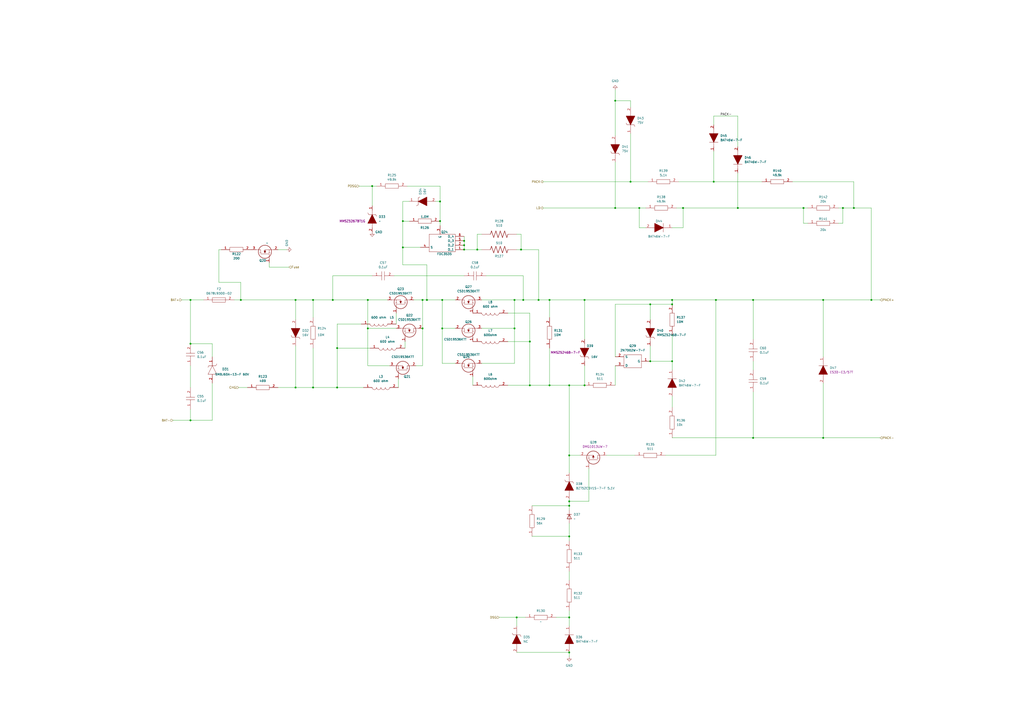
<source format=kicad_sch>
(kicad_sch (version 20211123) (generator eeschema)
  (paper "A2")
  (lib_symbols
    (symbol "0678L9300-02:0678L9300-02" (pin_names (offset 0.762))
      (property "Reference" "F" (at 13.97 6.35 0))
      (property "Value" "0678L9300-02" (at 13.97 3.81 0))
      (symbol "0678L9300-02_0_0"
        (pin passive line (at 0 0 0) (length 5.08) (name "~") (number "1"))
        (pin passive line (at 17.78 0 180) (length 5.08) (name "~") (number "2"))
      )
    )
    (symbol "2N7002W-7-F:2N7002W-7-F" (pin_names (offset 0.762))
      (property "Reference" "Q29" (at 10.16 7.62 0))
      (property "Value" "2N7002W-7-F" (at 10.16 5.08 0))
      (symbol "2N7002W-7-F_0_0"
        (pin passive line (at 20.32 -1.27 180) (length 5.08) (name "G") (number "1"))
        (pin passive line (at 0 1.27 0) (length 5.08) (name "S") (number "2"))
        (pin passive line (at 0 -3.81 0) (length 5.08) (name "D") (number "3"))
      )
    )
    (symbol "74279265:74279265" (pin_names (offset 0.762))
      (property "Reference" "L" (at 16.51 6.35 0))
      (property "Value" "74279265" (at 16.51 3.81 0))
      (symbol "74279265_0_0"
        (pin passive line (at 0 0 0) (length 5.08) (name "~") (number "1"))
        (pin passive line (at 20.32 0 180) (length 5.08) (name "~") (number "2"))
      )
    )
    (symbol "BAT46W-7-F:BAT46W-7-F" (pin_names (offset 0.762))
      (property "Reference" "D" (at 11.43 5.08 0))
      (property "Value" "BAT46W-7-F" (at 11.43 2.54 0))
      (symbol "BAT46W-7-F_0_0"
        (pin passive line (at 0 0 0) (length 2.54) (name "~") (number "1"))
        (pin passive line (at 15.24 0 180) (length 2.54) (name "~") (number "2"))
      )
    )
    (symbol "BZT52C5V1S-7-F:BZT52C5V1S-7-F" (pin_names (offset 0.762))
      (property "Reference" "Z" (at 10.16 8.89 0))
      (property "Value" "BZT52C5V1S-7-F" (at 10.16 6.35 0))
      (symbol "BZT52C5V1S-7-F_0_0"
        (pin passive line (at 0 0 0) (length 2.54) (name "~") (number "1"))
        (pin passive line (at 15.24 0 180) (length 2.54) (name "~") (number "2"))
      )
    )
    (symbol "CRCW0603100RFKEA:CRCW0603100RFKEA" (pin_names (offset 0.762))
      (property "Reference" "R" (at 13.97 6.35 0))
      (property "Value" "CRCW0603100RFKEA" (at 13.97 3.81 0))
      (symbol "CRCW0603100RFKEA_0_0"
        (pin passive line (at 0 0 0) (length 5.08) (name "~") (number "1"))
        (pin passive line (at 17.78 0 180) (length 5.08) (name "~") (number "2"))
      )
    )
    (symbol "CRCW060310K0JNEA:CRCW060310K0JNEA" (pin_names (offset 0.762))
      (property "Reference" "R" (at 13.97 6.35 0))
      (property "Value" "CRCW060310K0JNEA" (at 13.97 3.81 0))
      (symbol "CRCW060310K0JNEA_0_0"
        (pin passive line (at 0 0 0) (length 5.08) (name "~") (number "1"))
        (pin passive line (at 17.78 0 180) (length 5.08) (name "~") (number "2"))
      )
    )
    (symbol "CRCW060310M0JNEA:CRCW060310M0JNEA" (pin_names (offset 0.762))
      (property "Reference" "R" (at 13.97 6.35 0))
      (property "Value" "CRCW060310M0JNEA" (at 13.97 3.81 0))
      (symbol "CRCW060310M0JNEA_0_0"
        (pin passive line (at 0 0 0) (length 5.08) (name "~") (number "1"))
        (pin passive line (at 17.78 0 180) (length 5.08) (name "~") (number "2"))
      )
    )
    (symbol "CRCW06031M00JNEA:CRCW06031M00JNEA" (pin_names (offset 0.762))
      (property "Reference" "R" (at 13.97 6.35 0))
      (property "Value" "CRCW06031M00JNEA" (at 13.97 3.81 0))
      (symbol "CRCW06031M00JNEA_0_0"
        (pin passive line (at 0 0 0) (length 5.08) (name "~") (number "1"))
        (pin passive line (at 17.78 0 180) (length 5.08) (name "~") (number "2"))
      )
    )
    (symbol "CRCW0603200RFKEA:CRCW0603200RFKEA" (pin_names (offset 0.762))
      (property "Reference" "R" (at 13.97 6.35 0))
      (property "Value" "CRCW0603200RFKEA" (at 13.97 3.81 0))
      (symbol "CRCW0603200RFKEA_0_0"
        (pin passive line (at 0 0 0) (length 5.08) (name "~") (number "1"))
        (pin passive line (at 17.78 0 180) (length 5.08) (name "~") (number "2"))
      )
    )
    (symbol "CRCW060320K0JNEA:CRCW060320K0JNEA" (pin_names (offset 0.762))
      (property "Reference" "R" (at 13.97 6.35 0))
      (property "Value" "CRCW060320K0JNEA" (at 13.97 3.81 0))
      (symbol "CRCW060320K0JNEA_0_0"
        (pin passive line (at 0 0 0) (length 5.08) (name "~") (number "1"))
        (pin passive line (at 17.78 0 180) (length 5.08) (name "~") (number "2"))
      )
    )
    (symbol "CRCW0603511RFKEA:CRCW0603511RFKEA" (pin_names (offset 0.762))
      (property "Reference" "R" (at 13.97 6.35 0))
      (property "Value" "CRCW0603511RFKEA" (at 13.97 3.81 0))
      (symbol "CRCW0603511RFKEA_0_0"
        (pin passive line (at 0 0 0) (length 5.08) (name "~") (number "1"))
        (pin passive line (at 17.78 0 180) (length 5.08) (name "~") (number "2"))
      )
    )
    (symbol "CRCW06035K10JNEA:CRCW06035K10JNEA" (pin_names (offset 0.762))
      (property "Reference" "R" (at 13.97 6.35 0))
      (property "Value" "CRCW06035K10JNEA" (at 13.97 3.81 0))
      (symbol "CRCW06035K10JNEA_0_0"
        (pin passive line (at 0 0 0) (length 5.08) (name "~") (number "1"))
        (pin passive line (at 17.78 0 180) (length 5.08) (name "~") (number "2"))
      )
    )
    (symbol "CRCW0805511RFKEA:CRCW0805511RFKEA" (pin_names (offset 0.762))
      (property "Reference" "R" (at 13.97 6.35 0))
      (property "Value" "CRCW0805511RFKEA" (at 13.97 3.81 0))
      (symbol "CRCW0805511RFKEA_0_0"
        (pin passive line (at 0 0 0) (length 5.08) (name "~") (number "1"))
        (pin passive line (at 17.78 0 180) (length 5.08) (name "~") (number "2"))
      )
    )
    (symbol "CSD19536KTT:CSD19536KTT" (pin_names (offset 0.762))
      (property "Reference" "Q" (at 11.43 3.81 0))
      (property "Value" "CSD19536KTT" (at 11.43 1.27 0))
      (symbol "CSD19536KTT_0_0"
        (pin passive line (at 0 0 0) (length 2.54) (name "~") (number "1"))
        (pin passive line (at 7.62 10.16 270) (length 2.54) (name "~") (number "2"))
        (pin passive line (at 7.62 -5.08 90) (length 2.54) (name "~") (number "3"))
      )
    )
    (symbol "DMG1013UW-7:DMG1013UW-7" (pin_names (offset 0.762))
      (property "Reference" "Q" (at 11.43 3.81 0))
      (property "Value" "DMG1013UW-7" (at 11.43 1.27 0))
      (symbol "DMG1013UW-7_0_0"
        (pin passive line (at 0 0 0) (length 2.54) (name "~") (number "1"))
        (pin passive line (at 7.62 -5.08 90) (length 2.54) (name "~") (number "2"))
        (pin passive line (at 7.62 10.16 270) (length 2.54) (name "~") (number "3"))
      )
    )
    (symbol "DMN10H220L-7:DMN10H220L-7" (pin_names (offset 0.762))
      (property "Reference" "Q" (at 11.43 3.81 0))
      (property "Value" "DMN10H220L-7" (at 11.43 1.27 0))
      (symbol "DMN10H220L-7_0_0"
        (pin passive line (at 0 0 0) (length 2.54) (name "~") (number "1"))
        (pin passive line (at 7.62 -5.08 90) (length 2.54) (name "~") (number "2"))
        (pin passive line (at 7.62 10.16 270) (length 2.54) (name "~") (number "3"))
      )
    )
    (symbol "Diode:BAS516" (pin_numbers hide) (pin_names (offset 1.016) hide)
      (property "Reference" "D" (at 0 2.54 0))
      (property "Value" "BAS516" (at 0 -2.54 0))
      (symbol "BAS516_1_1"
        (pin passive line (at -3.81 0 0) (length 2.54) (name "K") (number "1"))
        (pin passive line (at 3.81 0 180) (length 2.54) (name "A") (number "2"))
      )
    )
    (symbol "ERJ-8ENF4990V:ERJ-8ENF4990V" (pin_names (offset 0.762))
      (property "Reference" "R" (at 13.97 6.35 0))
      (property "Value" "ERJ-8ENF4990V" (at 13.97 3.81 0))
      (symbol "ERJ-8ENF4990V_0_0"
        (pin passive line (at 0 0 0) (length 5.08) (name "~") (number "1"))
        (pin passive line (at 17.78 0 180) (length 5.08) (name "~") (number "2"))
      )
    )
    (symbol "ES3D-E3_57T:ES3D-E3_57T" (pin_names (offset 0.762))
      (property "Reference" "D" (at 11.43 5.08 0))
      (property "Value" "ES3D-E3_57T" (at 11.43 2.54 0))
      (symbol "ES3D-E3_57T_0_0"
        (pin passive line (at 0 0 0) (length 2.54) (name "~") (number "1"))
        (pin passive line (at 15.24 0 180) (length 2.54) (name "~") (number "2"))
      )
    )
    (symbol "FDC3535_1" (pin_names (offset 0.762))
      (property "Reference" "Q24" (at -33.02 -27.94 0))
      (property "Value" "FDC3535" (at -33.02 -40.64 0))
      (symbol "FDC3535_1_0_0"
        (pin passive line (at -21.59 -38.1 180) (length 5.08) (name "D_1") (number "1"))
        (pin passive line (at -21.59 -35.56 180) (length 5.08) (name "D_2") (number "2"))
        (pin passive line (at -35.56 -24.13 270) (length 5.08) (name "G") (number "3"))
        (pin passive line (at -46.99 -36.83 0) (length 5.08) (name "S") (number "4"))
        (pin passive line (at -21.59 -33.02 180) (length 5.08) (name "D_3") (number "5"))
        (pin passive line (at -21.59 -30.48 180) (length 5.08) (name "D_4") (number "6"))
      )
    )
    (symbol "GRM188R72A104KA35D:GRM188R72A104KA35D" (pin_names (offset 0.762))
      (property "Reference" "C" (at 8.89 6.35 0))
      (property "Value" "GRM188R72A104KA35D" (at 8.89 3.81 0))
      (symbol "GRM188R72A104KA35D_0_0"
        (pin passive line (at 0 0 0) (length 5.08) (name "~") (number "1"))
        (pin passive line (at 12.7 0 180) (length 5.08) (name "~") (number "2"))
      )
    )
    (symbol "MMSZ5246B-7-F:MMSZ5246B-7-F" (pin_names (offset 0.762))
      (property "Reference" "Z" (at 10.16 8.89 0))
      (property "Value" "MMSZ5246B-7-F" (at 10.16 6.35 0))
      (symbol "MMSZ5246B-7-F_0_0"
        (pin passive line (at 0 0 0) (length 2.54) (name "~") (number "1"))
        (pin passive line (at 15.24 0 180) (length 2.54) (name "~") (number "2"))
      )
    )
    (symbol "MMSZ5263BT1G:MMSZ5263BT1G" (pin_names (offset 0.762))
      (property "Reference" "Z" (at 10.16 8.89 0))
      (property "Value" "MMSZ5263BT1G" (at 10.16 6.35 0))
      (symbol "MMSZ5263BT1G_0_0"
        (pin passive line (at 0 0 0) (length 2.54) (name "~") (number "1"))
        (pin passive line (at 15.24 0 180) (length 2.54) (name "~") (number "2"))
      )
    )
    (symbol "MMSZ5267BT1G:MMSZ5267BT1G" (pin_names (offset 0.762))
      (property "Reference" "Z" (at 10.16 8.89 0))
      (property "Value" "MMSZ5267BT1G" (at 10.16 6.35 0))
      (symbol "MMSZ5267BT1G_0_0"
        (pin passive line (at 0 0 0) (length 2.54) (name "~") (number "1"))
        (pin passive line (at 15.24 0 180) (length 2.54) (name "~") (number "2"))
      )
    )
    (symbol "RC0805JR-0756KL:RC0805JR-0756KL" (pin_names (offset 0.762))
      (property "Reference" "R" (at 13.97 6.35 0))
      (property "Value" "RC0805JR-0756KL" (at 13.97 3.81 0))
      (symbol "RC0805JR-0756KL_0_0"
        (pin passive line (at 0 0 0) (length 5.08) (name "~") (number "1"))
        (pin passive line (at 17.78 0 180) (length 5.08) (name "~") (number "2"))
      )
    )
    (symbol "RC2512JK-07510RL:RC2512JK-07510RL" (pin_numbers hide) (pin_names (offset 1.016) hide)
      (property "Reference" "R" (at -7.62 2.54 0))
      (property "Value" "RC2512JK-07510RL" (at -7.62 -5.08 0))
      (symbol "RC2512JK-07510RL_0_0"
        (pin passive line (at -10.16 0 0) (length 5.08) (name "~") (number "1"))
        (pin passive line (at 10.16 0 180) (length 5.08) (name "~") (number "2"))
      )
    )
    (symbol "RT0603BRD0749K9L:RT0603BRD0749K9L" (pin_names (offset 0.762))
      (property "Reference" "R" (at 13.97 6.35 0))
      (property "Value" "RT0603BRD0749K9L" (at 13.97 3.81 0))
      (symbol "RT0603BRD0749K9L_0_0"
        (pin passive line (at 0 0 0) (length 5.08) (name "~") (number "1"))
        (pin passive line (at 17.78 0 180) (length 5.08) (name "~") (number "2"))
      )
    )
    (symbol "SMBJ60A-13-F:SMBJ60A-13-F" (pin_names (offset 0.762))
      (property "Reference" "D" (at 10.16 8.89 0))
      (property "Value" "SMBJ60A-13-F" (at 10.16 6.35 0))
      (symbol "SMBJ60A-13-F_0_0"
        (pin passive line (at 0 0 0) (length 5.08) (name "~") (number "1"))
        (pin passive line (at 15.24 0 180) (length 5.08) (name "~") (number "2"))
      )
    )
    (symbol "power:GND" (power) (pin_names (offset 0))
      (property "Value" "GND" (at 0 -3.81 0))
      (symbol "GND_1_1"
        (pin power_in line (at 0 0 270) (length 0) hide (name "GND") (number "1"))
      )
    )
  )
  (junction (at 269.24 142.24))
  (junction (at 298.45 173.99))
  (junction (at 213.36 190.5))
  (junction (at 389.89 209.55))
  (junction (at 330.2 293.37))
  (junction (at 307.34 223.52))
  (junction (at 269.24 144.78))
  (junction (at 215.9 107.95))
  (junction (at 233.68 143.51))
  (junction (at 389.89 173.99))
  (junction (at 233.68 128.27))
  (junction (at 139.7 173.99))
  (junction (at 505.46 173.99))
  (junction (at 427.99 120.65))
  (junction (at 256.54 190.5))
  (junction (at 245.11 173.99))
  (junction (at 181.61 224.79))
  (junction (at 356.87 120.65))
  (junction (at 247.65 173.99))
  (junction (at 318.77 223.52))
  (junction (at 377.19 209.55))
  (junction (at 477.52 173.99))
  (junction (at 255.27 128.27))
  (junction (at 415.29 173.99))
  (junction (at 330.2 378.46))
  (junction (at 195.58 201.93))
  (junction (at 213.36 173.99))
  (junction (at 330.2 358.14))
  (junction (at 269.24 139.7))
  (junction (at 339.09 173.99))
  (junction (at 495.3 120.65))
  (junction (at 303.53 173.99))
  (junction (at 389.89 176.53))
  (junction (at 436.88 173.99))
  (junction (at 298.45 190.5))
  (junction (at 330.2 290.83))
  (junction (at 330.2 223.52))
  (junction (at 299.72 358.14))
  (junction (at 307.34 198.12))
  (junction (at 339.09 223.52))
  (junction (at 488.95 120.65))
  (junction (at 318.77 173.99))
  (junction (at 171.45 173.99))
  (junction (at 181.61 173.99))
  (junction (at 171.45 224.79))
  (junction (at 330.2 264.16))
  (junction (at 436.88 254))
  (junction (at 377.19 176.53))
  (junction (at 276.86 144.78))
  (junction (at 110.49 173.99))
  (junction (at 110.49 199.39))
  (junction (at 255.27 116.84))
  (junction (at 466.09 120.65))
  (junction (at 195.58 224.79))
  (junction (at 245.11 190.5))
  (junction (at 312.42 173.99))
  (junction (at 414.02 105.41))
  (junction (at 256.54 173.99))
  (junction (at 356.87 58.42))
  (junction (at 110.49 243.84))
  (junction (at 330.2 311.15))
  (junction (at 370.84 120.65))
  (junction (at 193.04 173.99))
  (junction (at 302.26 144.78))
  (junction (at 396.24 120.65))
  (junction (at 477.52 254))
  (junction (at 365.76 105.41))
  (wire (pts (xy 495.3 105.41) (xy 495.3 120.65)))
  (wire (pts (xy 356.87 58.42) (xy 356.87 78.74)))
  (wire (pts (xy 252.73 116.84) (xy 255.27 116.84)))
  (wire (pts (xy 110.49 199.39) (xy 123.19 199.39)))
  (wire (pts (xy 377.19 176.53) (xy 377.19 185.42)))
  (wire (pts (xy 110.49 173.99) (xy 110.49 199.39)))
  (wire (pts (xy 414.02 67.31) (xy 414.02 72.39)))
  (wire (pts (xy 307.34 181.61) (xy 307.34 198.12)))
  (wire (pts (xy 256.54 190.5) (xy 264.16 190.5)))
  (wire (pts (xy 330.2 290.83) (xy 341.63 290.83)))
  (wire (pts (xy 389.89 229.87) (xy 389.89 236.22)))
  (wire (pts (xy 330.2 264.16) (xy 330.2 274.32)))
  (wire (pts (xy 166.37 144.78) (xy 161.29 144.78)))
  (wire (pts (xy 389.89 209.55) (xy 389.89 214.63)))
  (wire (pts (xy 226.06 212.09) (xy 213.36 212.09)))
  (wire (pts (xy 365.76 58.42) (xy 356.87 58.42)))
  (wire (pts (xy 181.61 201.93) (xy 181.61 224.79)))
  (wire (pts (xy 110.49 237.49) (xy 110.49 243.84)))
  (wire (pts (xy 195.58 224.79) (xy 181.61 224.79)))
  (wire (pts (xy 195.58 187.96) (xy 209.55 187.96)))
  (wire (pts (xy 123.19 222.25) (xy 123.19 243.84)))
  (wire (pts (xy 436.88 227.33) (xy 436.88 254)))
  (wire (pts (xy 396.24 120.65) (xy 396.24 132.08)))
  (wire (pts (xy 356.87 120.65) (xy 370.84 120.65)))
  (wire (pts (xy 181.61 224.79) (xy 171.45 224.79)))
  (wire (pts (xy 330.2 331.47) (xy 330.2 336.55)))
  (wire (pts (xy 304.8 358.14) (xy 299.72 358.14)))
  (wire (pts (xy 245.11 212.09) (xy 245.11 190.5)))
  (wire (pts (xy 110.49 173.99) (xy 118.11 173.99)))
  (wire (pts (xy 247.65 173.99) (xy 256.54 173.99)))
  (wire (pts (xy 298.45 173.99) (xy 303.53 173.99)))
  (wire (pts (xy 414.02 87.63) (xy 414.02 105.41)))
  (wire (pts (xy 127 144.78) (xy 128.27 144.78)))
  (wire (pts (xy 237.49 128.27) (xy 233.68 128.27)))
  (wire (pts (xy 279.4 210.82) (xy 298.45 210.82)))
  (wire (pts (xy 298.45 173.99) (xy 298.45 190.5)))
  (wire (pts (xy 247.65 153.67) (xy 247.65 173.99)))
  (wire (pts (xy 233.68 128.27) (xy 233.68 143.51)))
  (wire (pts (xy 195.58 187.96) (xy 195.58 201.93)))
  (wire (pts (xy 356.87 52.07) (xy 356.87 58.42)))
  (wire (pts (xy 374.65 120.65) (xy 370.84 120.65)))
  (wire (pts (xy 468.63 120.65) (xy 466.09 120.65)))
  (wire (pts (xy 213.36 173.99) (xy 213.36 190.5)))
  (wire (pts (xy 195.58 224.79) (xy 210.82 224.79)))
  (wire (pts (xy 427.99 120.65) (xy 466.09 120.65)))
  (wire (pts (xy 415.29 173.99) (xy 415.29 264.16)))
  (wire (pts (xy 256.54 190.5) (xy 256.54 173.99)))
  (wire (pts (xy 255.27 107.95) (xy 255.27 116.84)))
  (wire (pts (xy 161.29 224.79) (xy 171.45 224.79)))
  (wire (pts (xy 370.84 120.65) (xy 370.84 132.08)))
  (wire (pts (xy 269.24 137.16) (xy 269.24 139.7)))
  (wire (pts (xy 389.89 132.08) (xy 396.24 132.08)))
  (wire (pts (xy 396.24 120.65) (xy 427.99 120.65)))
  (wire (pts (xy 233.68 143.51) (xy 243.84 143.51)))
  (wire (pts (xy 427.99 67.31) (xy 414.02 67.31)))
  (wire (pts (xy 289.56 358.14) (xy 299.72 358.14)))
  (wire (pts (xy 314.96 120.65) (xy 356.87 120.65)))
  (wire (pts (xy 123.19 243.84) (xy 110.49 243.84)))
  (wire (pts (xy 245.11 173.99) (xy 247.65 173.99)))
  (wire (pts (xy 193.04 173.99) (xy 193.04 160.02)))
  (wire (pts (xy 303.53 173.99) (xy 312.42 173.99)))
  (wire (pts (xy 393.7 105.41) (xy 414.02 105.41)))
  (wire (pts (xy 312.42 173.99) (xy 318.77 173.99)))
  (wire (pts (xy 389.89 173.99) (xy 389.89 176.53)))
  (wire (pts (xy 181.61 173.99) (xy 193.04 173.99)))
  (wire (pts (xy 486.41 129.54) (xy 488.95 129.54)))
  (wire (pts (xy 308.61 311.15) (xy 330.2 311.15)))
  (wire (pts (xy 233.68 116.84) (xy 233.68 128.27)))
  (wire (pts (xy 156.21 154.94) (xy 167.64 154.94)))
  (wire (pts (xy 110.49 212.09) (xy 110.49 224.79)))
  (wire (pts (xy 274.32 223.52) (xy 274.32 218.44)))
  (wire (pts (xy 269.24 139.7) (xy 269.24 142.24)))
  (wire (pts (xy 477.52 207.01) (xy 477.52 173.99)))
  (wire (pts (xy 318.77 173.99) (xy 318.77 184.15)))
  (wire (pts (xy 356.87 212.09) (xy 356.87 223.52)))
  (wire (pts (xy 486.41 120.65) (xy 488.95 120.65)))
  (wire (pts (xy 330.2 303.53) (xy 330.2 311.15)))
  (wire (pts (xy 466.09 120.65) (xy 466.09 129.54)))
  (wire (pts (xy 477.52 254) (xy 436.88 254)))
  (wire (pts (xy 505.46 173.99) (xy 510.54 173.99)))
  (wire (pts (xy 123.19 199.39) (xy 123.19 207.01)))
  (wire (pts (xy 171.45 173.99) (xy 171.45 185.42)))
  (wire (pts (xy 299.72 378.46) (xy 330.2 378.46)))
  (wire (pts (xy 307.34 223.52) (xy 294.64 223.52)))
  (wire (pts (xy 299.72 135.89) (xy 302.26 135.89)))
  (wire (pts (xy 365.76 58.42) (xy 365.76 62.23)))
  (wire (pts (xy 377.19 209.55) (xy 377.19 200.66)))
  (wire (pts (xy 436.88 209.55) (xy 436.88 214.63)))
  (wire (pts (xy 436.88 196.85) (xy 436.88 173.99)))
  (wire (pts (xy 215.9 107.95) (xy 215.9 119.38)))
  (wire (pts (xy 318.77 173.99) (xy 339.09 173.99)))
  (wire (pts (xy 477.52 173.99) (xy 505.46 173.99)))
  (wire (pts (xy 171.45 200.66) (xy 171.45 224.79)))
  (wire (pts (xy 330.2 358.14) (xy 330.2 354.33)))
  (wire (pts (xy 233.68 143.51) (xy 233.68 153.67)))
  (wire (pts (xy 436.88 254) (xy 389.89 254)))
  (wire (pts (xy 256.54 210.82) (xy 256.54 190.5)))
  (wire (pts (xy 307.34 198.12) (xy 307.34 223.52)))
  (wire (pts (xy 495.3 105.41) (xy 459.74 105.41)))
  (wire (pts (xy 299.72 144.78) (xy 302.26 144.78)))
  (wire (pts (xy 264.16 210.82) (xy 256.54 210.82)))
  (wire (pts (xy 208.28 107.95) (xy 215.9 107.95)))
  (wire (pts (xy 339.09 173.99) (xy 339.09 196.85)))
  (wire (pts (xy 245.11 173.99) (xy 245.11 190.5)))
  (wire (pts (xy 195.58 201.93) (xy 214.63 201.93)))
  (wire (pts (xy 505.46 120.65) (xy 505.46 173.99)))
  (wire (pts (xy 193.04 173.99) (xy 213.36 173.99)))
  (wire (pts (xy 255.27 116.84) (xy 255.27 128.27)))
  (wire (pts (xy 339.09 212.09) (xy 339.09 223.52)))
  (wire (pts (xy 330.2 264.16) (xy 336.55 264.16)))
  (wire (pts (xy 195.58 201.93) (xy 195.58 224.79)))
  (wire (pts (xy 415.29 173.99) (xy 436.88 173.99)))
  (wire (pts (xy 318.77 223.52) (xy 330.2 223.52)))
  (wire (pts (xy 299.72 358.14) (xy 299.72 363.22)))
  (wire (pts (xy 427.99 85.09) (xy 427.99 67.31)))
  (wire (pts (xy 308.61 293.37) (xy 330.2 293.37)))
  (wire (pts (xy 193.04 160.02) (xy 215.9 160.02)))
  (wire (pts (xy 215.9 107.95) (xy 218.44 107.95)))
  (wire (pts (xy 241.3 212.09) (xy 245.11 212.09)))
  (wire (pts (xy 505.46 120.65) (xy 495.3 120.65)))
  (wire (pts (xy 303.53 160.02) (xy 303.53 173.99)))
  (wire (pts (xy 127 163.83) (xy 127 144.78)))
  (wire (pts (xy 365.76 105.41) (xy 375.92 105.41)))
  (wire (pts (xy 477.52 173.99) (xy 436.88 173.99)))
  (wire (pts (xy 312.42 144.78) (xy 312.42 173.99)))
  (wire (pts (xy 318.77 223.52) (xy 307.34 223.52)))
  (wire (pts (xy 330.2 223.52) (xy 330.2 264.16)))
  (wire (pts (xy 392.43 120.65) (xy 396.24 120.65)))
  (wire (pts (xy 255.27 128.27) (xy 255.27 130.81)))
  (wire (pts (xy 234.95 198.12) (xy 234.95 201.93)))
  (wire (pts (xy 351.79 264.16) (xy 368.3 264.16)))
  (wire (pts (xy 330.2 358.14) (xy 330.2 363.22)))
  (wire (pts (xy 341.63 290.83) (xy 341.63 271.78)))
  (wire (pts (xy 477.52 222.25) (xy 477.52 254)))
  (wire (pts (xy 181.61 173.99) (xy 181.61 184.15)))
  (wire (pts (xy 138.43 224.79) (xy 143.51 224.79)))
  (wire (pts (xy 139.7 163.83) (xy 139.7 173.99)))
  (wire (pts (xy 139.7 173.99) (xy 171.45 173.99)))
  (wire (pts (xy 488.95 120.65) (xy 488.95 129.54)))
  (wire (pts (xy 370.84 132.08) (xy 374.65 132.08)))
  (wire (pts (xy 330.2 313.69) (xy 330.2 311.15)))
  (wire (pts (xy 127 163.83) (xy 139.7 163.83)))
  (wire (pts (xy 276.86 135.89) (xy 276.86 144.78)))
  (wire (pts (xy 233.68 153.67) (xy 247.65 153.67)))
  (wire (pts (xy 389.89 173.99) (xy 415.29 173.99)))
  (wire (pts (xy 330.2 293.37) (xy 330.2 295.91)))
  (wire (pts (xy 228.6 160.02) (xy 269.24 160.02)))
  (wire (pts (xy 213.36 190.5) (xy 213.36 212.09)))
  (wire (pts (xy 339.09 173.99) (xy 389.89 173.99)))
  (wire (pts (xy 365.76 77.47) (xy 365.76 105.41)))
  (wire (pts (xy 330.2 378.46) (xy 330.2 381)))
  (wire (pts (xy 414.02 105.41) (xy 441.96 105.41)))
  (wire (pts (xy 377.19 209.55) (xy 389.89 209.55)))
  (wire (pts (xy 279.4 190.5) (xy 298.45 190.5)))
  (wire (pts (xy 330.2 223.52) (xy 339.09 223.52)))
  (wire (pts (xy 294.64 181.61) (xy 307.34 181.61)))
  (wire (pts (xy 377.19 176.53) (xy 389.89 176.53)))
  (wire (pts (xy 356.87 207.01) (xy 356.87 176.53)))
  (wire (pts (xy 302.26 135.89) (xy 302.26 144.78)))
  (wire (pts (xy 427.99 100.33) (xy 427.99 120.65)))
  (wire (pts (xy 240.03 173.99) (xy 245.11 173.99)))
  (wire (pts (xy 100.33 243.84) (xy 110.49 243.84)))
  (wire (pts (xy 477.52 254) (xy 510.54 254)))
  (wire (pts (xy 298.45 190.5) (xy 298.45 210.82)))
  (wire (pts (xy 213.36 190.5) (xy 229.87 190.5)))
  (wire (pts (xy 231.14 219.71) (xy 231.14 224.79)))
  (wire (pts (xy 495.3 120.65) (xy 488.95 120.65)))
  (wire (pts (xy 322.58 358.14) (xy 330.2 358.14)))
  (wire (pts (xy 236.22 107.95) (xy 255.27 107.95)))
  (wire (pts (xy 269.24 144.78) (xy 276.86 144.78)))
  (wire (pts (xy 466.09 129.54) (xy 468.63 129.54)))
  (wire (pts (xy 213.36 173.99) (xy 224.79 173.99)))
  (wire (pts (xy 302.26 144.78) (xy 312.42 144.78)))
  (wire (pts (xy 269.24 142.24) (xy 269.24 144.78)))
  (wire (pts (xy 330.2 289.56) (xy 330.2 290.83)))
  (wire (pts (xy 356.87 176.53) (xy 377.19 176.53)))
  (wire (pts (xy 233.68 116.84) (xy 237.49 116.84)))
  (wire (pts (xy 314.96 105.41) (xy 365.76 105.41)))
  (wire (pts (xy 281.94 160.02) (xy 303.53 160.02)))
  (wire (pts (xy 156.21 154.94) (xy 156.21 152.4)))
  (wire (pts (xy 318.77 201.93) (xy 318.77 223.52)))
  (wire (pts (xy 135.89 173.99) (xy 139.7 173.99)))
  (wire (pts (xy 389.89 209.55) (xy 389.89 194.31)))
  (wire (pts (xy 356.87 93.98) (xy 356.87 120.65)))
  (wire (pts (xy 279.4 135.89) (xy 276.86 135.89)))
  (wire (pts (xy 276.86 144.78) (xy 279.4 144.78)))
  (wire (pts (xy 105.41 173.99) (xy 110.49 173.99)))
  (wire (pts (xy 307.34 198.12) (xy 294.64 198.12)))
  (wire (pts (xy 330.2 290.83) (xy 330.2 293.37)))
  (wire (pts (xy 386.08 264.16) (xy 415.29 264.16)))
  (wire (pts (xy 229.87 181.61) (xy 229.87 187.96)))
  (wire (pts (xy 171.45 173.99) (xy 181.61 173.99)))
  (wire (pts (xy 256.54 173.99) (xy 264.16 173.99)))
  (wire (pts (xy 279.4 173.99) (xy 298.45 173.99)))
  (label "PACK-" (at 417.83 67.31 0))
  (hierarchical_label "PDSG" (shape input) (at 208.28 107.95 180))
  (hierarchical_label "CHG" (shape input) (at 138.43 224.79 180))
  (hierarchical_label "PACK" (shape output) (at 314.96 105.41 180))
  (hierarchical_label "DSG" (shape input) (at 289.56 358.14 180))
  (hierarchical_label "LD" (shape output) (at 314.96 120.65 180))
  (hierarchical_label "BAT+" (shape input) (at 105.41 173.99 180))
  (hierarchical_label "PACK+" (shape input) (at 510.54 173.99 0))
  (hierarchical_label "PACK-" (shape input) (at 510.54 254 0))
  (hierarchical_label "Fuse" (shape input) (at 167.64 154.94 0))
  (hierarchical_label "BAT-" (shape input) (at 100.33 243.84 180))
  (symbol (lib_id "GRM188R72A104KA35D:GRM188R72A104KA35D") (at 215.9 160.02 0) (unit 1)
    (property "Reference" "C57" (at 222.25 152.4 0))
    (property "Value" "0.1uF" (at 222.25 154.94 0))
    (property "Footprint" "Capacitor_SMD:C_0201_0603Metric" (effects hide))
    (property "Datasheet" "https://datasheet.datasheetarchive.com/originals/distributors/Datasheets_SAMA/ec4f1577dddcc7a13ddad897a28002d3.pdf" (effects hide))
    (property "Description" "Murata 0603 (1608M) 100nF MLCC 100V dc +/-10% SMD GRM188R72A104KA35D" (effects hide))
    (property "Height" "0.9" (effects hide))
    (property "Manufacturer_Name" "Murata Electronics" (effects hide))
    (property "Manufacturer_Part_Number" "GRM188R72A104KA35D" (effects hide))
    (property "Mouser Part Number" "81-GRM188R72A104KA35" (effects hide))
    (property "Mouser Price/Stock" "https://www.mouser.co.uk/ProductDetail/Murata-Electronics/GRM188R72A104KA35D?qs=P%252BBA3F6RM%2F5aaC9LFKRzYw%3D%3D" (effects hide))
    (property "Arrow Part Number" "GRM188R72A104KA35D" (effects hide))
    (property "Arrow Price/Stock" "https://www.arrow.com/en/products/grm188r72a104ka35d/murata-manufacturing?region=nac" (effects hide))
  )
  (symbol (lib_id "MMSZ5267BT1G:MMSZ5267BT1G") (at 365.76 77.47 90) (unit 1)
    (property "Reference" "D43" (at 369.57 68.5799 90) (effects (justify right)))
    (property "Value" "75V" (at 369.57 71.1199 90) (effects (justify right)))
    (property "Footprint" "Diode_SMD:D_SOD-123" (effects hide))
    (property "Datasheet" "http://www.onsemi.com/pub/Collateral/MMSZ5221BT1-D.PDF" (effects hide))
    (property "Description" "Zener Diode 500 mW SOD-123" (effects hide))
    (property "Height" "1.35" (effects hide))
    (property "Manufacturer_Name" "onsemi" (effects hide))
    (property "Manufacturer_Part_Number" "MMSZ5267BT1G" (effects hide))
    (property "Mouser Part Number" "863-MMSZ5267BT1G" (effects hide))
    (property "Mouser Price/Stock" "https://www.mouser.co.uk/ProductDetail/ON-Semiconductor/MMSZ5267BT1G?qs=ZpPixqFcBtxMlrnqlCeOpA%3D%3D" (effects hide))
    (property "Arrow Part Number" "MMSZ5267BT1G" (effects hide))
    (property "Arrow Price/Stock" "https://www.arrow.com/en/products/mmsz5267bt1g/on-semiconductor?region=nac" (effects hide))
  )
  (symbol (lib_id "power:GND") (at 356.87 52.07 180) (unit 1)
    (property "Reference" "#PWR04" (effects hide))
    (property "Value" "~" (at 356.87 46.99 0))
  )
  (symbol (lib_id "CSD19536KTT:CSD19536KTT") (at 274.32 198.12 90) (unit 1)
    (property "Reference" "Q26" (at 271.78 186.69 90))
    (property "Value" "CSD19536KTT" (at 264.16 196.85 90))
    (property "Footprint" "Package_TO_SOT_SMD:TO-263-2" (effects hide))
    (property "Datasheet" "http://www.ti.com/lit/gpn/csd19536ktt" (effects hide))
    (property "Description" "CSD19536KTT 100 V N-Channel NexFET&#153; Power MOSFET" (effects hide))
    (property "Manufacturer_Name" "Texas Instruments" (effects hide))
    (property "Manufacturer_Part_Number" "CSD19536KTT" (effects hide))
    (property "Mouser Part Number" "595-CSD19536KTT" (effects hide))
    (property "Mouser Price/Stock" "https://www.mouser.co.uk/ProductDetail/Texas-Instruments/CSD19536KTT?qs=MiqG6Kq1qKP2NIsb3jZrDg%3D%3D" (effects hide))
    (property "Arrow Part Number" "CSD19536KTT" (effects hide))
    (property "Arrow Price/Stock" "https://www.arrow.com/en/products/csd19536ktt/texas-instruments?region=nac" (effects hide))
  )
  (symbol (lib_id "CRCW0603100RFKEA:CRCW0603100RFKEA") (at 304.8 358.14 0) (unit 1)
    (property "Reference" "R130" (at 313.69 354.33 0))
    (property "Value" "~" (at 313.69 360.68 0))
    (property "Footprint" "Resistor_SMD:R_0603_1608Metric" (effects hide))
    (property "Datasheet" "http://www.vishay.com/docs/20035/dcrcwe3.pdf" (effects hide))
    (property "Description" "VISHAY - CRCW0603100RFKEA - RES, THICK FILM, 100R, 1%, 0.1W, 0603" (effects hide))
    (property "Height" "0.5" (effects hide))
    (property "Manufacturer_Name" "Vishay" (effects hide))
    (property "Manufacturer_Part_Number" "CRCW0603100RFKEA" (effects hide))
    (property "Mouser Part Number" "71-CRCW0603-100-E3" (effects hide))
    (property "Mouser Price/Stock" "https://www.mouser.co.uk/ProductDetail/Vishay-Dale/CRCW0603100RFKEA?qs=90AHS1y%2FsidGWjjxZAupKg%3D%3D" (effects hide))
    (property "Arrow Part Number" "CRCW0603100RFKEA" (effects hide))
    (property "Arrow Price/Stock" "https://www.arrow.com/en/products/crcw0603100rfkea/vishay" (effects hide))
  )
  (symbol (lib_id "BAT46W-7-F:BAT46W-7-F") (at 330.2 363.22 270) (unit 1)
    (property "Reference" "D36" (at 334.01 369.5699 90) (effects (justify left)))
    (property "Value" "BAT46W-7-F" (at 334.01 372.1099 90) (effects (justify left)))
    (property "Footprint" "Diode_SMD:D_SOD-123" (effects hide))
    (property "Datasheet" "https://componentsearchengine.com/Datasheets/2/BAT46W-7-F.pdf" (effects hide))
    (property "Description" "Diodes Inc BAT46W-7-F, SMT Schottky Diode, 100V 150mA, 2-Pin SOD-123" (effects hide))
    (property "Height" "1.45" (effects hide))
    (property "Manufacturer_Name" "Diodes Inc." (effects hide))
    (property "Manufacturer_Part_Number" "BAT46W-7-F" (effects hide))
    (property "Mouser Part Number" "621-BAT46W-7-F" (effects hide))
    (property "Mouser Price/Stock" "https://www.mouser.co.uk/ProductDetail/Diodes-Incorporated/BAT46W-7-F?qs=rGAXPo9uwV28x6kF8xdfEA%3D%3D" (effects hide))
    (property "Arrow Part Number" "BAT46W-7-F" (effects hide))
    (property "Arrow Price/Stock" "null?region=asia" (effects hide))
  )
  (symbol (lib_id "DMG1013UW-7:DMG1013UW-7") (at 341.63 271.78 270) (mirror x) (unit 1)
    (property "Reference" "Q28" (at 344.17 256.54 90))
    (property "Footprint" "Package_TO_SOT_SMD:SOT-323_SC-70" (effects hide))
    (property "Datasheet" "https://www.diodes.com/assets/Datasheets/ds31861.pdf" (effects hide))
    (property "Description" "MOSFET P-Channel 20V 0.82A SOT323 Diodes Inc DMG1013UW-7 P-channel MOSFET Transistor, -0.82 A, -20 V, 3-Pin SOT-323" (effects hide))
    (property "Height" "1" (effects hide))
    (property "Manufacturer_Name" "Diodes Inc." (effects hide))
    (property "Manufacturer_Part_Number" "DMG1013UW-7" (effects hide))
    (property "Mouser Part Number" "621-DMG1013UW-7" (effects hide))
    (property "Mouser Price/Stock" "https://www.mouser.co.uk/ProductDetail/Diodes-Incorporated/DMG1013UW-7?qs=GWgl%252BsiMZr9p7lJcuAyJvw%3D%3D" (effects hide))
    (property "Arrow Part Number" "DMG1013UW-7" (at 337.82 259.08 90) (effects (justify left)))
    (property "Arrow Price/Stock" "https://www.arrow.com/en/products/dmg1013uw-7/diodes-incorporated?region=nac" (effects hide))
  )
  (symbol (lib_id "74279265:74279265") (at 209.55 187.96 0) (unit 1)
    (property "Reference" "L5" (at 227.33 184.15 0))
    (property "Value" "600 ohm" (at 219.71 184.15 0))
    (property "Footprint" "Inductor_SMD:L_0201_0603Metric" (effects hide))
    (property "Datasheet" "http://uk.rs-online.com/web/p/products/3674840" (effects hide))
    (property "Description" "SMD EMI Suppression Ferrite Beads WE-CBF" (effects hide))
    (property "Height" "1" (effects hide))
    (property "Manufacturer_Name" "Wurth Elektronik" (effects hide))
    (property "Manufacturer_Part_Number" "74279265" (effects hide))
    (property "Mouser Part Number" "710-74279265" (effects hide))
    (property "Mouser Price/Stock" "https://www.mouser.co.uk/ProductDetail/Wurth-Elektronik/74279265?qs=5twSNpOB8IBYQvSbutOy0w%3D%3D" (effects hide))
  )
  (symbol (lib_id "74279265:74279265") (at 274.32 181.61 0) (unit 1)
    (property "Reference" "L8" (at 284.48 175.26 0))
    (property "Value" "600 ohm" (at 284.48 177.8 0))
    (property "Footprint" "Inductor_SMD:L_0201_0603Metric" (effects hide))
    (property "Datasheet" "http://uk.rs-online.com/web/p/products/3674840" (effects hide))
    (property "Description" "SMD EMI Suppression Ferrite Beads WE-CBF" (effects hide))
    (property "Height" "1" (effects hide))
    (property "Manufacturer_Name" "Wurth Elektronik" (effects hide))
    (property "Manufacturer_Part_Number" "74279265" (effects hide))
    (property "Mouser Part Number" "710-74279265" (effects hide))
    (property "Mouser Price/Stock" "https://www.mouser.co.uk/ProductDetail/Wurth-Elektronik/74279265?qs=5twSNpOB8IBYQvSbutOy0w%3D%3D" (effects hide))
  )
  (symbol (lib_id "RT0603BRD0749K9L:RT0603BRD0749K9L") (at 218.44 107.95 0) (unit 1)
    (property "Reference" "R125" (at 227.33 101.6 0))
    (property "Value" "49.9k" (at 227.33 104.14 0))
    (property "Footprint" "Resistor_SMD:R_0603_1608Metric" (effects hide))
    (property "Datasheet" "https://www.yageo.com/upload/media/product/productsearch/datasheet/rchip/PYu-RT_1-to-0.01_RoHS_L_12.pdf" (effects hide))
    (property "Description" "Thin Film Resistors - SMD 1/10W 49.9K ohm .1% 25ppm" (effects hide))
    (property "Height" "0.55" (effects hide))
    (property "Manufacturer_Name" "KEMET" (effects hide))
    (property "Manufacturer_Part_Number" "RT0603BRD0749K9L" (effects hide))
  )
  (symbol (lib_id "MMSZ5267BT1G:MMSZ5267BT1G") (at 215.9 119.38 270) (unit 1)
    (property "Reference" "D33" (at 219.71 125.7299 90) (effects (justify left)))
    (property "Value" "~" (at 219.71 128.27 90) (effects (justify left)))
    (property "Footprint" "Diode_SMD:D_SOD-123" (effects hide))
    (property "Datasheet" "http://www.onsemi.com/pub/Collateral/MMSZ5221BT1-D.PDF" (effects hide))
    (property "Description" "Zener Diode 500 mW SOD-123" (effects hide))
    (property "Height" "1.35" (effects hide))
    (property "Manufacturer_Name" "onsemi" (effects hide))
    (property "Manufacturer_Part_Number" "MMSZ5267BT1G" (at 196.85 128.27 90) (effects (justify left)))
    (property "Mouser Part Number" "863-MMSZ5267BT1G" (effects hide))
    (property "Mouser Price/Stock" "https://www.mouser.co.uk/ProductDetail/ON-Semiconductor/MMSZ5267BT1G?qs=ZpPixqFcBtxMlrnqlCeOpA%3D%3D" (effects hide))
    (property "Arrow Part Number" "MMSZ5267BT1G" (effects hide))
    (property "Arrow Price/Stock" "https://www.arrow.com/en/products/mmsz5267bt1g/on-semiconductor?region=nac" (effects hide))
  )
  (symbol (lib_id "BAT46W-7-F:BAT46W-7-F") (at 414.02 87.63 90) (unit 1)
    (property "Reference" "D45" (at 417.83 78.7399 90) (effects (justify right)))
    (property "Value" "BAT46W-7-F" (at 417.83 81.2799 90) (effects (justify right)))
    (property "Footprint" "Diode_SMD:D_SOD-123" (effects hide))
    (property "Datasheet" "https://componentsearchengine.com/Datasheets/2/BAT46W-7-F.pdf" (effects hide))
    (property "Description" "Diodes Inc BAT46W-7-F, SMT Schottky Diode, 100V 150mA, 2-Pin SOD-123" (effects hide))
    (property "Height" "1.45" (effects hide))
    (property "Manufacturer_Name" "Diodes Inc." (effects hide))
    (property "Manufacturer_Part_Number" "BAT46W-7-F" (effects hide))
    (property "Mouser Part Number" "621-BAT46W-7-F" (effects hide))
    (property "Mouser Price/Stock" "https://www.mouser.co.uk/ProductDetail/Diodes-Incorporated/BAT46W-7-F?qs=rGAXPo9uwV28x6kF8xdfEA%3D%3D" (effects hide))
    (property "Arrow Part Number" "BAT46W-7-F" (effects hide))
    (property "Arrow Price/Stock" "null?region=asia" (effects hide))
  )
  (symbol (lib_id "MMSZ5246B-7-F:MMSZ5246B-7-F") (at 377.19 200.66 90) (unit 1)
    (property "Reference" "D40" (at 381 191.7699 90) (effects (justify right)))
    (property "Value" "MMSZ5246B-7-F" (at 381 194.3099 90) (effects (justify right)))
    (property "Footprint" "Diode_SMD:D_SOD-123" (effects hide))
    (property "Datasheet" "https://www.diodes.com/assets/Datasheets/ds18010.pdf" (effects hide))
    (property "Description" "Diodes Inc MMSZ5246B-7-F Zener Diode, 16V 5% 500 mW SMT 2-Pin SOD-123" (effects hide))
    (property "Height" "1.45" (effects hide))
    (property "Manufacturer_Name" "Diodes Inc." (effects hide))
    (property "Manufacturer_Part_Number" "MMSZ5246B-7-F" (effects hide))
    (property "Mouser Part Number" "621-MMSZ5246B-F" (effects hide))
    (property "Mouser Price/Stock" "https://www.mouser.co.uk/ProductDetail/Diodes-Incorporated/MMSZ5246B-7-F?qs=YL8BMuhSknSfmeWTDXIh1Q%3D%3D" (effects hide))
    (property "Arrow Part Number" "MMSZ5246B-7-F" (effects hide))
    (property "Arrow Price/Stock" "https://www.arrow.com/en/products/mmsz5246b-7-f/diodes-incorporated" (effects hide))
  )
  (symbol (lib_id "GRM188R72A104KA35D:GRM188R72A104KA35D") (at 436.88 209.55 90) (unit 1)
    (property "Reference" "C60" (at 440.69 201.9299 90) (effects (justify right)))
    (property "Value" "0.1uF" (at 440.69 204.4699 90) (effects (justify right)))
    (property "Footprint" "Capacitor_SMD:C_0201_0603Metric" (effects hide))
    (property "Datasheet" "https://datasheet.datasheetarchive.com/originals/distributors/Datasheets_SAMA/ec4f1577dddcc7a13ddad897a28002d3.pdf" (effects hide))
    (property "Description" "Murata 0603 (1608M) 100nF MLCC 100V dc +/-10% SMD GRM188R72A104KA35D" (effects hide))
    (property "Height" "0.9" (effects hide))
    (property "Manufacturer_Name" "Murata Electronics" (effects hide))
    (property "Manufacturer_Part_Number" "GRM188R72A104KA35D" (effects hide))
    (property "Mouser Part Number" "81-GRM188R72A104KA35" (effects hide))
    (property "Mouser Price/Stock" "https://www.mouser.co.uk/ProductDetail/Murata-Electronics/GRM188R72A104KA35D?qs=P%252BBA3F6RM%2F5aaC9LFKRzYw%3D%3D" (effects hide))
    (property "Arrow Part Number" "GRM188R72A104KA35D" (effects hide))
    (property "Arrow Price/Stock" "https://www.arrow.com/en/products/grm188r72a104ka35d/murata-manufacturing?region=nac" (effects hide))
  )
  (symbol (lib_id "ERJ-8ENF4990V:ERJ-8ENF4990V") (at 143.51 224.79 0) (unit 1)
    (property "Reference" "R123" (at 152.4 218.44 0))
    (property "Value" "499" (at 152.4 220.98 0))
    (property "Footprint" "Resistor_SMD:R_1206_3216Metric" (effects hide))
    (property "Datasheet" "https://industrial.panasonic.com/cdbs/www-data/pdf/RDA0000/AOA0000C304.pdf" (effects hide))
    (property "Description" "Thick Film Resistors - SMD 1206 499ohms 1% AEC-Q200" (effects hide))
    (property "Height" "0.7" (effects hide))
    (property "Manufacturer_Name" "Panasonic" (effects hide))
    (property "Manufacturer_Part_Number" "ERJ-8ENF4990V" (effects hide))
    (property "Mouser Part Number" "667-ERJ-8ENF4990V" (effects hide))
    (property "Mouser Price/Stock" "https://www.mouser.com/Search/Refine.aspx?Keyword=667-ERJ-8ENF4990V" (effects hide))
  )
  (symbol (lib_id "SMBJ60A-13-F:SMBJ60A-13-F") (at 123.19 207.01 270) (unit 1)
    (property "Reference" "D31" (at 130.81 214.122 90))
    (property "Value" "SMBJ60A-13-F 60V" (at 134.62 217.17 90))
    (property "Footprint" "Diode_SMD:D_SMB" (effects hide))
    (property "Datasheet" "https://www.diodes.com/assets/Datasheets/ds19002.pdf" (effects hide))
    (property "Description" "Diodes Inc SMBJ60A-13-F, Uni-Directional TVS Diode, 600W, 2-Pin DO-214AA" (effects hide))
    (property "Height" "2.5" (effects hide))
    (property "Manufacturer_Name" "Diodes Inc." (effects hide))
    (property "Manufacturer_Part_Number" "SMBJ60A-13-F" (effects hide))
    (property "Mouser Part Number" "621-SMBJ60A-13-F" (effects hide))
    (property "Mouser Price/Stock" "https://www.mouser.co.uk/ProductDetail/Diodes-Incorporated/SMBJ60A-13-F?qs=gaDBXWSqsDAkEkfYL3Sgzg%3D%3D" (effects hide))
    (property "Arrow Part Number" "SMBJ60A-13-F" (effects hide))
    (property "Arrow Price/Stock" "https://www.arrow.com/en/products/smbj60a-13-f/diodes-incorporated?region=nac" (effects hide))
  )
  (symbol (lib_id "CSD19536KTT:CSD19536KTT") (at 229.87 181.61 270) (mirror x) (unit 1)
    (property "Reference" "Q23" (at 232.41 167.64 90))
    (property "Value" "CSD19536KTT" (at 232.41 170.18 90))
    (property "Footprint" "Package_TO_SOT_SMD:TO-263-2" (effects hide))
    (property "Datasheet" "http://www.ti.com/lit/gpn/csd19536ktt" (effects hide))
    (property "Description" "CSD19536KTT 100 V N-Channel NexFET&#153; Power MOSFET" (effects hide))
    (property "Manufacturer_Name" "Texas Instruments" (effects hide))
    (property "Manufacturer_Part_Number" "CSD19536KTT" (effects hide))
    (property "Mouser Part Number" "595-CSD19536KTT" (effects hide))
    (property "Mouser Price/Stock" "https://www.mouser.co.uk/ProductDetail/Texas-Instruments/CSD19536KTT?qs=MiqG6Kq1qKP2NIsb3jZrDg%3D%3D" (effects hide))
    (property "Arrow Part Number" "CSD19536KTT" (effects hide))
    (property "Arrow Price/Stock" "https://www.arrow.com/en/products/csd19536ktt/texas-instruments?region=nac" (effects hide))
  )
  (symbol (lib_id "CRCW060310M0JNEA:CRCW060310M0JNEA") (at 389.89 194.31 90) (unit 1)
    (property "Reference" "R137" (at 392.43 184.1499 90) (effects (justify right)))
    (property "Value" "10M" (at 392.43 186.6899 90) (effects (justify right)))
    (property "Footprint" "Resistor_SMD:R_0603_1608Metric" (effects hide))
    (property "Datasheet" "http://www.vishay.com/docs/20035/dcrcwe3.pdf" (effects hide))
    (property "Description" "RESISTOR, 0603 10M Ohm +/-5% 0.1 W" (effects hide))
    (property "Height" "0.5" (effects hide))
    (property "Manufacturer_Name" "Vishay" (effects hide))
    (property "Manufacturer_Part_Number" "CRCW060310M0JNEA" (effects hide))
    (property "Mouser Part Number" "71-CRCW0603J-10M-E3" (effects hide))
    (property "Mouser Price/Stock" "https://www.mouser.co.uk/ProductDetail/Vishay-Dale/CRCW060310M0JNEA?qs=KP%252BPudsHLdxnjfS3N0QqLg%3D%3D" (effects hide))
    (property "Arrow Part Number" "CRCW060310M0JNEA" (effects hide))
    (property "Arrow Price/Stock" "https://www.arrow.com/en/products/crcw060310m0jnea/vishay" (effects hide))
  )
  (symbol (lib_id "power:GND") (at 215.9 134.62 0) (unit 1)
    (property "Reference" "#PWR02" (effects hide))
    (property "Value" "~" (at 219.71 134.62 0))
  )
  (symbol (lib_id "CRCW0805511RFKEA:CRCW0805511RFKEA") (at 330.2 331.47 90) (unit 1)
    (property "Reference" "R133" (at 332.74 321.3099 90) (effects (justify right)))
    (property "Value" "511" (at 332.74 323.8499 90) (effects (justify right)))
    (property "Footprint" "Resistor_SMD:R_0805_2012Metric" (effects hide))
    (property "Datasheet" "http://www.vishay.com/docs/20035/dcrcwe3.pdf" (effects hide))
    (property "Description" "Vishay CRCW Series Thick Film Surface Mount Resistor 805 Case 511 +/-1% 0.125W +/-100ppm/C" (effects hide))
    (property "Height" "0.5" (effects hide))
    (property "Manufacturer_Name" "Vishay" (effects hide))
    (property "Manufacturer_Part_Number" "CRCW0805511RFKEA" (effects hide))
    (property "Mouser Part Number" "71-CRCW0805-511-E3" (effects hide))
    (property "Mouser Price/Stock" "https://www.mouser.co.uk/ProductDetail/Vishay-Dale/CRCW0805511RFKEA?qs=r9eRdsXhpKrZVroQwhNWpQ%3D%3D" (effects hide))
    (property "Arrow Part Number" "CRCW0805511RFKEA" (effects hide))
    (property "Arrow Price/Stock" "https://www.arrow.com/en/products/crcw0805511rfkea/vishay?region=nac" (effects hide))
  )
  (symbol (lib_id "power:GND") (at 166.37 144.78 90) (unit 1)
    (property "Reference" "#PWR01" (effects hide))
    (property "Value" "~" (at 166.37 140.97 0))
  )
  (symbol (lib_id "RT0603BRD0749K9L:RT0603BRD0749K9L") (at 374.65 120.65 0) (unit 1)
    (property "Reference" "R138" (at 383.54 114.3 0))
    (property "Value" "49.9k" (at 383.54 116.84 0))
    (property "Footprint" "Resistor_SMD:R_0603_1608Metric" (effects hide))
    (property "Datasheet" "https://www.yageo.com/upload/media/product/productsearch/datasheet/rchip/PYu-RT_1-to-0.01_RoHS_L_12.pdf" (effects hide))
    (property "Description" "Thin Film Resistors - SMD 1/10W 49.9K ohm .1% 25ppm" (effects hide))
    (property "Height" "0.55" (effects hide))
    (property "Manufacturer_Name" "KEMET" (effects hide))
    (property "Manufacturer_Part_Number" "RT0603BRD0749K9L" (effects hide))
  )
  (symbol (lib_id "CRCW060310M0JNEA:CRCW060310M0JNEA") (at 181.61 201.93 90) (unit 1)
    (property "Reference" "R124" (at 184.15 190.5 90) (effects (justify right)))
    (property "Value" "10M" (at 184.15 194.3099 90) (effects (justify right)))
    (property "Footprint" "Resistor_SMD:R_0603_1608Metric" (effects hide))
    (property "Datasheet" "http://www.vishay.com/docs/20035/dcrcwe3.pdf" (effects hide))
    (property "Description" "RESISTOR, 0603 10M Ohm +/-5% 0.1 W" (effects hide))
    (property "Height" "0.5" (effects hide))
    (property "Manufacturer_Name" "Vishay" (effects hide))
    (property "Manufacturer_Part_Number" "CRCW060310M0JNEA" (effects hide))
    (property "Mouser Part Number" "71-CRCW0603J-10M-E3" (effects hide))
    (property "Mouser Price/Stock" "https://www.mouser.co.uk/ProductDetail/Vishay-Dale/CRCW060310M0JNEA?qs=KP%252BPudsHLdxnjfS3N0QqLg%3D%3D" (effects hide))
    (property "Arrow Part Number" "CRCW060310M0JNEA" (effects hide))
    (property "Arrow Price/Stock" "https://www.arrow.com/en/products/crcw060310m0jnea/vishay" (effects hide))
  )
  (symbol (lib_id "GRM188R72A104KA35D:GRM188R72A104KA35D") (at 110.49 212.09 90) (unit 1)
    (property "Reference" "C56" (at 114.3 204.4699 90) (effects (justify right)))
    (property "Value" "0.1uF" (at 114.3 207.0099 90) (effects (justify right)))
    (property "Footprint" "Capacitor_SMD:C_0201_0603Metric" (effects hide))
    (property "Datasheet" "https://datasheet.datasheetarchive.com/originals/distributors/Datasheets_SAMA/ec4f1577dddcc7a13ddad897a28002d3.pdf" (effects hide))
    (property "Description" "Murata 0603 (1608M) 100nF MLCC 100V dc +/-10% SMD GRM188R72A104KA35D" (effects hide))
    (property "Height" "0.9" (effects hide))
    (property "Manufacturer_Name" "Murata Electronics" (effects hide))
    (property "Manufacturer_Part_Number" "GRM188R72A104KA35D" (effects hide))
    (property "Mouser Part Number" "81-GRM188R72A104KA35" (effects hide))
    (property "Mouser Price/Stock" "https://www.mouser.co.uk/ProductDetail/Murata-Electronics/GRM188R72A104KA35D?qs=P%252BBA3F6RM%2F5aaC9LFKRzYw%3D%3D" (effects hide))
    (property "Arrow Part Number" "GRM188R72A104KA35D" (effects hide))
    (property "Arrow Price/Stock" "https://www.arrow.com/en/products/grm188r72a104ka35d/murata-manufacturing?region=nac" (effects hide))
  )
  (symbol (lib_id "MMSZ5246B-7-F:MMSZ5246B-7-F") (at 339.09 212.09 90) (unit 1)
    (property "Reference" "D39" (at 340.36 200.66 90) (effects (justify right)))
    (property "Value" "16V" (at 342.9 207.01 90) (effects (justify right)))
    (property "Footprint" "Diode_SMD:D_SOD-123" (effects hide))
    (property "Datasheet" "https://www.diodes.com/assets/Datasheets/ds18010.pdf" (effects hide))
    (property "Description" "Diodes Inc MMSZ5246B-7-F Zener Diode, 16V 5% 500 mW SMT 2-Pin SOD-123" (effects hide))
    (property "Height" "1.45" (effects hide))
    (property "Manufacturer_Name" "Diodes Inc." (effects hide))
    (property "Manufacturer_Part_Number" "MMSZ5246B-7-F" (effects hide))
    (property "Mouser Part Number" "621-MMSZ5246B-F" (effects hide))
    (property "Mouser Price/Stock" "https://www.mouser.co.uk/ProductDetail/Diodes-Incorporated/MMSZ5246B-7-F?qs=YL8BMuhSknSfmeWTDXIh1Q%3D%3D" (effects hide))
    (property "Arrow Part Number" "MMSZ5246B-7-F" (at 336.55 204.47 90) (effects (justify left)))
    (property "Arrow Price/Stock" "https://www.arrow.com/en/products/mmsz5246b-7-f/diodes-incorporated" (effects hide))
  )
  (symbol (lib_id "CRCW06035K10JNEA:CRCW06035K10JNEA") (at 375.92 105.41 0) (unit 1)
    (property "Reference" "R139" (at 384.81 99.06 0))
    (property "Value" "5.1k" (at 384.81 101.6 0))
    (property "Footprint" "Resistor_SMD:R_0603_1608Metric" (effects hide))
    (property "Datasheet" "http://www.vishay.com/docs/20035/dcrcwe3.pdf" (effects hide))
    (property "Description" "RESISTOR, 0603 5.1K Ohms +/-5% 0.1 W" (effects hide))
    (property "Height" "0.5" (effects hide))
    (property "Manufacturer_Name" "Vishay" (effects hide))
    (property "Manufacturer_Part_Number" "CRCW06035K10JNEA" (effects hide))
    (property "Mouser Part Number" "71-CRCW0603J-5.1K-E3" (effects hide))
    (property "Mouser Price/Stock" "https://www.mouser.co.uk/ProductDetail/Vishay-Dale/CRCW06035K10JNEA?qs=gf7KboYS0C5qpuoDDrMw2Q%3D%3D" (effects hide))
    (property "Arrow Part Number" "CRCW06035K10JNEA" (effects hide))
    (property "Arrow Price/Stock" "https://www.arrow.com/en/products/crcw06035k10jnea/vishay" (effects hide))
  )
  (symbol (lib_id "74279265:74279265") (at 274.32 198.12 0) (unit 1)
    (property "Reference" "L7" (at 284.48 191.77 0))
    (property "Value" "600ohm" (at 284.48 194.31 0))
    (property "Footprint" "Inductor_SMD:L_0201_0603Metric" (effects hide))
    (property "Datasheet" "http://uk.rs-online.com/web/p/products/3674840" (effects hide))
    (property "Description" "SMD EMI Suppression Ferrite Beads WE-CBF" (effects hide))
    (property "Height" "1" (effects hide))
    (property "Manufacturer_Name" "Wurth Elektronik" (effects hide))
    (property "Manufacturer_Part_Number" "74279265" (effects hide))
    (property "Mouser Part Number" "710-74279265" (effects hide))
    (property "Mouser Price/Stock" "https://www.mouser.co.uk/ProductDetail/Wurth-Elektronik/74279265?qs=5twSNpOB8IBYQvSbutOy0w%3D%3D" (effects hide))
  )
  (symbol (lib_id "GRM188R72A104KA35D:GRM188R72A104KA35D") (at 269.24 160.02 0) (unit 1)
    (property "Reference" "C58" (at 275.59 152.4 0))
    (property "Value" "0.1uF" (at 275.59 154.94 0))
    (property "Footprint" "Capacitor_SMD:C_0201_0603Metric" (effects hide))
    (property "Datasheet" "https://datasheet.datasheetarchive.com/originals/distributors/Datasheets_SAMA/ec4f1577dddcc7a13ddad897a28002d3.pdf" (effects hide))
    (property "Description" "Murata 0603 (1608M) 100nF MLCC 100V dc +/-10% SMD GRM188R72A104KA35D" (effects hide))
    (property "Height" "0.9" (effects hide))
    (property "Manufacturer_Name" "Murata Electronics" (effects hide))
    (property "Manufacturer_Part_Number" "GRM188R72A104KA35D" (effects hide))
    (property "Mouser Part Number" "81-GRM188R72A104KA35" (effects hide))
    (property "Mouser Price/Stock" "https://www.mouser.co.uk/ProductDetail/Murata-Electronics/GRM188R72A104KA35D?qs=P%252BBA3F6RM%2F5aaC9LFKRzYw%3D%3D" (effects hide))
    (property "Arrow Part Number" "GRM188R72A104KA35D" (effects hide))
    (property "Arrow Price/Stock" "https://www.arrow.com/en/products/grm188r72a104ka35d/murata-manufacturing?region=nac" (effects hide))
  )
  (symbol (lib_id "RC2512JK-07510RL:RC2512JK-07510RL") (at 289.56 135.89 0) (unit 1)
    (property "Reference" "R128" (at 289.56 128.27 0))
    (property "Value" "510" (at 289.56 130.81 0))
    (property "Footprint" "Resistor_SMD:R_2512_6332Metric" (effects hide))
  )
  (symbol (lib_id "0678L9300-02:0678L9300-02") (at 118.11 173.99 0) (unit 1)
    (property "Reference" "F2" (at 127 167.64 0))
    (property "Value" "0678L9300-02" (at 127 170.18 0))
    (property "Footprint" "Fuse:Fuse_BelFuse_0ZRE0016FF_L9.9mm_W3.8mm" (effects hide))
    (property "Datasheet" "https://componentsearchengine.com/Datasheets/1/0678L9300-02.pdf" (effects hide))
    (property "Description" "Surface Mount Fuses 30A 250VAC 72 VCD" (effects hide))
    (property "Height" "3.18" (effects hide))
    (property "Manufacturer_Name" "Stewart Connector" (effects hide))
    (property "Manufacturer_Part_Number" "0678L9300-02" (effects hide))
    (property "Mouser Part Number" "530-0678L9300-02" (effects hide))
    (property "Mouser Price/Stock" "https://www.mouser.com/Search/Refine.aspx?Keyword=530-0678L9300-02" (effects hide))
    (property "Arrow Part Number" "0678L9300-02" (effects hide))
    (property "Arrow Price/Stock" "https://www.arrow.com/en/products/0678l9300-02/bel-group" (effects hide))
  )
  (symbol (lib_id "74279265:74279265") (at 214.63 201.93 0) (unit 1)
    (property "Reference" "L4" (at 224.79 195.58 0))
    (property "Value" "600 ohm" (at 224.79 198.12 0))
    (property "Footprint" "Inductor_SMD:L_0201_0603Metric" (effects hide))
    (property "Datasheet" "http://uk.rs-online.com/web/p/products/3674840" (effects hide))
    (property "Description" "SMD EMI Suppression Ferrite Beads WE-CBF" (effects hide))
    (property "Height" "1" (effects hide))
    (property "Manufacturer_Name" "Wurth Elektronik" (effects hide))
    (property "Manufacturer_Part_Number" "74279265" (effects hide))
    (property "Mouser Part Number" "710-74279265" (effects hide))
    (property "Mouser Price/Stock" "https://www.mouser.co.uk/ProductDetail/Wurth-Elektronik/74279265?qs=5twSNpOB8IBYQvSbutOy0w%3D%3D" (effects hide))
  )
  (symbol (lib_id "power:GND") (at 330.2 381 0) (unit 1)
    (property "Reference" "#PWR03" (effects hide))
    (property "Value" "~" (at 330.2 386.08 0))
  )
  (symbol (lib_id "CRCW0805511RFKEA:CRCW0805511RFKEA") (at 330.2 354.33 90) (unit 1)
    (property "Reference" "R132" (at 332.74 344.1699 90) (effects (justify right)))
    (property "Value" "511" (at 332.74 346.7099 90) (effects (justify right)))
    (property "Footprint" "Resistor_SMD:R_0805_2012Metric" (effects hide))
    (property "Datasheet" "http://www.vishay.com/docs/20035/dcrcwe3.pdf" (effects hide))
    (property "Description" "Vishay CRCW Series Thick Film Surface Mount Resistor 805 Case 511 +/-1% 0.125W +/-100ppm/C" (effects hide))
    (property "Height" "0.5" (effects hide))
    (property "Manufacturer_Name" "Vishay" (effects hide))
    (property "Manufacturer_Part_Number" "CRCW0805511RFKEA" (effects hide))
    (property "Mouser Part Number" "71-CRCW0805-511-E3" (effects hide))
    (property "Mouser Price/Stock" "https://www.mouser.co.uk/ProductDetail/Vishay-Dale/CRCW0805511RFKEA?qs=r9eRdsXhpKrZVroQwhNWpQ%3D%3D" (effects hide))
    (property "Arrow Part Number" "CRCW0805511RFKEA" (effects hide))
    (property "Arrow Price/Stock" "https://www.arrow.com/en/products/crcw0805511rfkea/vishay?region=nac" (effects hide))
  )
  (symbol (lib_id "MMSZ5246B-7-F:MMSZ5246B-7-F") (at 171.45 200.66 90) (unit 1)
    (property "Reference" "D32" (at 175.26 191.7699 90) (effects (justify right)))
    (property "Value" "16V" (at 175.26 194.3099 90) (effects (justify right)))
    (property "Footprint" "Diode_SMD:D_SOD-123" (effects hide))
    (property "Datasheet" "https://www.diodes.com/assets/Datasheets/ds18010.pdf" (effects hide))
    (property "Description" "Diodes Inc MMSZ5246B-7-F Zener Diode, 16V 5% 500 mW SMT 2-Pin SOD-123" (effects hide))
    (property "Height" "1.45" (effects hide))
    (property "Manufacturer_Name" "Diodes Inc." (effects hide))
    (property "Manufacturer_Part_Number" "MMSZ5246B-7-F" (effects hide))
    (property "Mouser Part Number" "621-MMSZ5246B-F" (effects hide))
    (property "Mouser Price/Stock" "https://www.mouser.co.uk/ProductDetail/Diodes-Incorporated/MMSZ5246B-7-F?qs=YL8BMuhSknSfmeWTDXIh1Q%3D%3D" (effects hide))
    (property "Arrow Part Number" "MMSZ5246B-7-F" (effects hide))
    (property "Arrow Price/Stock" "https://www.arrow.com/en/products/mmsz5246b-7-f/diodes-incorporated" (effects hide))
  )
  (symbol (lib_id "MMSZ5263BT1G:MMSZ5263BT1G") (at 299.72 363.22 270) (unit 1)
    (property "Reference" "D35" (at 303.53 369.5699 90) (effects (justify left)))
    (property "Value" "NC" (at 303.53 372.1099 90) (effects (justify left)))
    (property "Footprint" "Diode_SMD:D_SOD-123" (effects hide))
    (property "Datasheet" "http://www.onsemi.com/pub/Collateral/MMSZ5221BT1-D.PDF" (effects hide))
    (property "Description" "ON Semiconductor MMSZ5263BT1G Zener Diode, 56V 5% 500 mW SMT 2-Pin SOD-123" (effects hide))
    (property "Height" "1.35" (effects hide))
    (property "Manufacturer_Name" "onsemi" (effects hide))
    (property "Manufacturer_Part_Number" "MMSZ5263BT1G" (effects hide))
    (property "Mouser Part Number" "863-MMSZ5263BT1G" (effects hide))
    (property "Mouser Price/Stock" "https://www.mouser.co.uk/ProductDetail/onsemi/MMSZ5263BT1G?qs=ZpPixqFcBtxaamSEBIiIIg%3D%3D" (effects hide))
    (property "Arrow Part Number" "MMSZ5263BT1G" (effects hide))
    (property "Arrow Price/Stock" "https://www.arrow.com/en/products/mmsz5263bt1g/on-semiconductor?region=asia" (effects hide))
  )
  (symbol (lib_id "RT0603BRD0749K9L:RT0603BRD0749K9L") (at 441.96 105.41 0) (unit 1)
    (property "Reference" "R140" (at 450.85 99.06 0))
    (property "Value" "49.9k" (at 450.85 101.6 0))
    (property "Footprint" "Resistor_SMD:R_0603_1608Metric" (effects hide))
    (property "Datasheet" "https://www.yageo.com/upload/media/product/productsearch/datasheet/rchip/PYu-RT_1-to-0.01_RoHS_L_12.pdf" (effects hide))
    (property "Description" "Thin Film Resistors - SMD 1/10W 49.9K ohm .1% 25ppm" (effects hide))
    (property "Height" "0.55" (effects hide))
    (property "Manufacturer_Name" "KEMET" (effects hide))
    (property "Manufacturer_Part_Number" "RT0603BRD0749K9L" (effects hide))
  )
  (symbol (lib_id "BZT52C5V1S-7-F:BZT52C5V1S-7-F") (at 330.2 274.32 270) (unit 1)
    (property "Reference" "D38" (at 334.01 280.6699 90) (effects (justify left)))
    (property "Value" "BZT52C5V1S-7-F 5.1V" (at 334.01 283.2099 90) (effects (justify left)))
    (property "Footprint" "Diode_SMD:D_SOD-323" (effects hide))
    (property "Datasheet" "https://www.mouser.com/datasheet/2/115/ds30093-1142538.pdf" (effects hide))
    (property "Description" "Diodes Inc, 5.1V Zener Diode +/-5.88 200 mW SMT 2-Pin SOD-323" (effects hide))
    (property "Height" "1.2" (effects hide))
    (property "Manufacturer_Name" "Diodes Inc." (effects hide))
    (property "Manufacturer_Part_Number" "BZT52C5V1S-7-F" (effects hide))
    (property "Mouser Part Number" "621-BZT52C5V1S-F" (effects hide))
    (property "Mouser Price/Stock" "https://www.mouser.co.uk/ProductDetail/Diodes-Incorporated/BZT52C5V1S-7-F?qs=bKYk%252BfrhoryA0eBY6RSudw%3D%3D" (effects hide))
    (property "Arrow Part Number" "BZT52C5V1S-7-F" (effects hide))
    (property "Arrow Price/Stock" "null?region=asia" (effects hide))
  )
  (symbol (lib_id "2N7002W-7-F:2N7002W-7-F") (at 356.87 208.28 0) (unit 1)
    (property "Reference" "Q29" (at 367.03 200.66 0))
    (property "Value" "2N7002W-7-F" (at 367.03 203.2 0))
    (property "Footprint" "Package_TO_SOT_SMD:SOT-323_SC-70" (effects hide))
    (property "Datasheet" "http://componentsearchengine.com/Datasheets/1/2N7002W-7-F.pdf" (effects hide))
    (property "Description" "N-CHANNEL ENHANCEMENT MODE FIELD EFFECT TRANSISTOR" (effects hide))
    (property "Manufacturer_Name" "Diodes Inc." (effects hide))
    (property "Manufacturer_Part_Number" "2N7002W-7-F" (effects hide))
    (property "Mouser Part Number" "621-2N7002W-F" (effects hide))
    (property "Mouser Price/Stock" "https://www.mouser.co.uk/ProductDetail/Diodes-Incorporated/2N7002W-7-F?qs=IFzutkY5q2YkIWf2jBaw%252Bw%3D%3D" (effects hide))
    (property "Arrow Part Number" "2N7002W-7-F" (effects hide))
    (property "Arrow Price/Stock" "https://www.arrow.com/en/products/2n7002w-7-f/diodes-incorporated?region=nac" (effects hide))
  )
  (symbol (lib_id "MMSZ5267BT1G:MMSZ5267BT1G") (at 356.87 93.98 90) (unit 1)
    (property "Reference" "D41" (at 360.68 85.0899 90) (effects (justify right)))
    (property "Value" "75V" (at 360.68 87.6299 90) (effects (justify right)))
    (property "Footprint" "Diode_SMD:D_SOD-123" (effects hide))
    (property "Datasheet" "http://www.onsemi.com/pub/Collateral/MMSZ5221BT1-D.PDF" (effects hide))
    (property "Description" "Zener Diode 500 mW SOD-123" (effects hide))
    (property "Height" "1.35" (effects hide))
    (property "Manufacturer_Name" "onsemi" (effects hide))
    (property "Manufacturer_Part_Number" "MMSZ5267BT1G" (effects hide))
    (property "Mouser Part Number" "863-MMSZ5267BT1G" (effects hide))
    (property "Mouser Price/Stock" "https://www.mouser.co.uk/ProductDetail/ON-Semiconductor/MMSZ5267BT1G?qs=ZpPixqFcBtxMlrnqlCeOpA%3D%3D" (effects hide))
    (property "Arrow Part Number" "MMSZ5267BT1G" (effects hide))
    (property "Arrow Price/Stock" "https://www.arrow.com/en/products/mmsz5267bt1g/on-semiconductor?region=nac" (effects hide))
  )
  (symbol (lib_id "DMN10H220L-7:DMN10H220L-7") (at 156.21 152.4 90) (unit 1)
    (property "Reference" "Q20" (at 152.4 151.13 90))
    (property "Value" "~" (at 154.94 140.97 90))
    (property "Footprint" "Package_TO_SOT_SMD:SOT-23" (effects hide))
    (property "Datasheet" "https://componentsearchengine.com/Datasheets/1/DMN10H220L-7.pdf" (effects hide))
    (property "Description" "Diodes Inc DMN10H220L-7 N-channel MOSFET Transistor, 1.6 A, 100 V, 3-Pin SOT-223" (effects hide))
    (property "Height" "1.1" (effects hide))
    (property "Manufacturer_Name" "Diodes Inc." (effects hide))
    (property "Manufacturer_Part_Number" "DMN10H220L-7" (effects hide))
    (property "Mouser Part Number" "621-DMN10H220L-7" (effects hide))
    (property "Mouser Price/Stock" "https://www.mouser.co.uk/ProductDetail/Diodes-Incorporated/DMN10H220L-7?qs=M%2FOdCRO8QQ1UQcucluOqow%3D%3D" (effects hide))
    (property "Arrow Part Number" "DMN10H220L-7" (effects hide))
    (property "Arrow Price/Stock" "null?region=asia" (effects hide))
  )
  (symbol (lib_id "GRM188R72A104KA35D:GRM188R72A104KA35D") (at 110.49 237.49 90) (unit 1)
    (property "Reference" "C55" (at 114.3 229.8699 90) (effects (justify right)))
    (property "Value" "0.1uF" (at 114.3 232.4099 90) (effects (justify right)))
    (property "Footprint" "Capacitor_SMD:C_0201_0603Metric" (effects hide))
    (property "Datasheet" "https://datasheet.datasheetarchive.com/originals/distributors/Datasheets_SAMA/ec4f1577dddcc7a13ddad897a28002d3.pdf" (effects hide))
    (property "Description" "Murata 0603 (1608M) 100nF MLCC 100V dc +/-10% SMD GRM188R72A104KA35D" (effects hide))
    (property "Height" "0.9" (effects hide))
    (property "Manufacturer_Name" "Murata Electronics" (effects hide))
    (property "Manufacturer_Part_Number" "GRM188R72A104KA35D" (effects hide))
    (property "Mouser Part Number" "81-GRM188R72A104KA35" (effects hide))
    (property "Mouser Price/Stock" "https://www.mouser.co.uk/ProductDetail/Murata-Electronics/GRM188R72A104KA35D?qs=P%252BBA3F6RM%2F5aaC9LFKRzYw%3D%3D" (effects hide))
    (property "Arrow Part Number" "GRM188R72A104KA35D" (effects hide))
    (property "Arrow Price/Stock" "https://www.arrow.com/en/products/grm188r72a104ka35d/murata-manufacturing?region=nac" (effects hide))
  )
  (symbol (lib_name "FDC3535_1") (lib_id "FDC3535:FDC3535") (at 290.83 106.68 0) (unit 1)
    (property "Reference" "Q24" (at 257.81 134.62 0))
    (property "Value" "FDC3535" (at 257.81 147.32 0))
    (property "Footprint" "Package_TO_SOT_SMD:SuperSOT-6" (effects hide))
    (property "Datasheet" "http://www.onsemi.com/pub/Collateral/FDC3535-D.PDF" (effects hide))
    (property "Description" "MOSFET, Fairchild, FDC3535 Fairchild FDC3535 P-channel MOSFET Transistor, 2.1 A, 80 V, 6-Pin SOT-23" (effects hide))
    (property "Height" "0.9" (effects hide))
    (property "Manufacturer_Name" "onsemi" (effects hide))
    (property "Manufacturer_Part_Number" "FDC3535" (effects hide))
    (property "Mouser Part Number" "512-FDC3535" (effects hide))
    (property "Mouser Price/Stock" "https://www.mouser.co.uk/ProductDetail/ON-Semiconductor-Fairchild/FDC3535?qs=7djyZUHPBzfCYIHsI9%2FffQ%3D%3D" (effects hide))
    (property "Arrow Part Number" "FDC3535" (effects hide))
    (property "Arrow Price/Stock" "https://www.arrow.com/en/products/fdc3535/on-semiconductor?region=nac" (effects hide))
  )
  (symbol (lib_id "CRCW060320K0JNEA:CRCW060320K0JNEA") (at 468.63 129.54 0) (unit 1)
    (property "Reference" "R141" (at 477.52 127 0))
    (property "Value" "20k" (at 477.52 133.35 0))
    (property "Footprint" "Resistor_SMD:R_0603_1608Metric" (effects hide))
    (property "Datasheet" "http://www.vishay.com/docs/20035/dcrcwe3.pdf" (effects hide))
    (property "Description" "Vishay CRCW Series Metal Film Surface Mount Resistor 0603 Case 20k 5% 0.10W +/-200ppm/K" (effects hide))
    (property "Height" "0.5" (effects hide))
    (property "Manufacturer_Name" "Vishay" (effects hide))
    (property "Manufacturer_Part_Number" "CRCW060320K0JNEA" (effects hide))
    (property "Mouser Part Number" "71-CRCW0603J-20K-E3" (effects hide))
    (property "Mouser Price/Stock" "https://www.mouser.co.uk/ProductDetail/Vishay-Dale/CRCW060320K0JNEA?qs=RLTJExO%2FcqmOOhdH808LHg%3D%3D" (effects hide))
    (property "Arrow Part Number" "CRCW060320K0JNEA" (effects hide))
    (property "Arrow Price/Stock" "https://www.arrow.com/en/products/crcw060320k0jnea/vishay" (effects hide))
  )
  (symbol (lib_id "CSD19536KTT:CSD19536KTT") (at 274.32 218.44 90) (unit 1)
    (property "Reference" "Q25" (at 270.51 207.01 90))
    (property "Value" "CSD19536KTT" (at 271.78 205.74 90))
    (property "Footprint" "Package_TO_SOT_SMD:TO-263-2" (effects hide))
    (property "Datasheet" "http://www.ti.com/lit/gpn/csd19536ktt" (effects hide))
    (property "Description" "CSD19536KTT 100 V N-Channel NexFET&#153; Power MOSFET" (effects hide))
    (property "Manufacturer_Name" "Texas Instruments" (effects hide))
    (property "Manufacturer_Part_Number" "CSD19536KTT" (effects hide))
    (property "Mouser Part Number" "595-CSD19536KTT" (effects hide))
    (property "Mouser Price/Stock" "https://www.mouser.co.uk/ProductDetail/Texas-Instruments/CSD19536KTT?qs=MiqG6Kq1qKP2NIsb3jZrDg%3D%3D" (effects hide))
    (property "Arrow Part Number" "CSD19536KTT" (effects hide))
    (property "Arrow Price/Stock" "https://www.arrow.com/en/products/csd19536ktt/texas-instruments?region=nac" (effects hide))
  )
  (symbol (lib_id "GRM188R72A104KA35D:GRM188R72A104KA35D") (at 436.88 227.33 90) (unit 1)
    (property "Reference" "C59" (at 440.69 219.7099 90) (effects (justify right)))
    (property "Value" "0.1uF" (at 440.69 222.2499 90) (effects (justify right)))
    (property "Footprint" "Capacitor_SMD:C_0201_0603Metric" (effects hide))
    (property "Datasheet" "https://datasheet.datasheetarchive.com/originals/distributors/Datasheets_SAMA/ec4f1577dddcc7a13ddad897a28002d3.pdf" (effects hide))
    (property "Description" "Murata 0603 (1608M) 100nF MLCC 100V dc +/-10% SMD GRM188R72A104KA35D" (effects hide))
    (property "Height" "0.9" (effects hide))
    (property "Manufacturer_Name" "Murata Electronics" (effects hide))
    (property "Manufacturer_Part_Number" "GRM188R72A104KA35D" (effects hide))
    (property "Mouser Part Number" "81-GRM188R72A104KA35" (effects hide))
    (property "Mouser Price/Stock" "https://www.mouser.co.uk/ProductDetail/Murata-Electronics/GRM188R72A104KA35D?qs=P%252BBA3F6RM%2F5aaC9LFKRzYw%3D%3D" (effects hide))
    (property "Arrow Part Number" "GRM188R72A104KA35D" (effects hide))
    (property "Arrow Price/Stock" "https://www.arrow.com/en/products/grm188r72a104ka35d/murata-manufacturing?region=nac" (effects hide))
  )
  (symbol (lib_id "74279265:74279265") (at 210.82 224.79 0) (unit 1)
    (property "Reference" "L3" (at 220.98 218.44 0))
    (property "Value" "600 ohm" (at 220.98 220.98 0))
    (property "Footprint" "Inductor_SMD:L_0201_0603Metric" (effects hide))
    (property "Datasheet" "http://uk.rs-online.com/web/p/products/3674840" (effects hide))
    (property "Description" "SMD EMI Suppression Ferrite Beads WE-CBF" (effects hide))
    (property "Height" "1" (effects hide))
    (property "Manufacturer_Name" "Wurth Elektronik" (effects hide))
    (property "Manufacturer_Part_Number" "74279265" (effects hide))
    (property "Mouser Part Number" "710-74279265" (effects hide))
    (property "Mouser Price/Stock" "https://www.mouser.co.uk/ProductDetail/Wurth-Elektronik/74279265?qs=5twSNpOB8IBYQvSbutOy0w%3D%3D" (effects hide))
  )
  (symbol (lib_id "BAT46W-7-F:BAT46W-7-F") (at 389.89 214.63 270) (unit 1)
    (property "Reference" "D42" (at 393.7 220.9799 90) (effects (justify left)))
    (property "Value" "BAT46W-7-F" (at 393.7 223.5199 90) (effects (justify left)))
    (property "Footprint" "Diode_SMD:D_SOD-123" (effects hide))
    (property "Datasheet" "https://componentsearchengine.com/Datasheets/2/BAT46W-7-F.pdf" (effects hide))
    (property "Description" "Diodes Inc BAT46W-7-F, SMT Schottky Diode, 100V 150mA, 2-Pin SOD-123" (effects hide))
    (property "Height" "1.45" (effects hide))
    (property "Manufacturer_Name" "Diodes Inc." (effects hide))
    (property "Manufacturer_Part_Number" "BAT46W-7-F" (effects hide))
    (property "Mouser Part Number" "621-BAT46W-7-F" (effects hide))
    (property "Mouser Price/Stock" "https://www.mouser.co.uk/ProductDetail/Diodes-Incorporated/BAT46W-7-F?qs=rGAXPo9uwV28x6kF8xdfEA%3D%3D" (effects hide))
    (property "Arrow Part Number" "BAT46W-7-F" (effects hide))
    (property "Arrow Price/Stock" "null?region=asia" (effects hide))
  )
  (symbol (lib_id "CRCW060310K0JNEA:CRCW060310K0JNEA") (at 389.89 254 90) (unit 1)
    (property "Reference" "R136" (at 392.43 243.8399 90) (effects (justify right)))
    (property "Value" "10k" (at 392.43 246.3799 90) (effects (justify right)))
    (property "Footprint" "Resistor_SMD:R_0603_1608Metric" (effects hide))
    (property "Datasheet" "http://www.vishay.com/docs/20035/dcrcwe3.pdf" (effects hide))
    (property "Description" "Thick Film Resistors - SMD 1/10watt 10Kohms 5%" (effects hide))
    (property "Height" "0.5" (effects hide))
    (property "Manufacturer_Name" "Vishay" (effects hide))
    (property "Manufacturer_Part_Number" "CRCW060310K0JNEA" (effects hide))
    (property "Mouser Part Number" "71-CRCW0603J-10K-E3" (effects hide))
    (property "Mouser Price/Stock" "https://www.mouser.co.uk/ProductDetail/Vishay-Dale/CRCW060310K0JNEA?qs=AUY96b%252B0tw3kKsEHUYtSFg%3D%3D" (effects hide))
    (property "Arrow Part Number" "CRCW060310K0JNEA" (effects hide))
    (property "Arrow Price/Stock" "https://www.arrow.com/en/products/crcw060310k0jnea/vishay?region=nac" (effects hide))
  )
  (symbol (lib_id "BAT46W-7-F:BAT46W-7-F") (at 389.89 132.08 180) (unit 1)
    (property "Reference" "D44" (at 382.27 128.27 0))
    (property "Value" "BAT46W-7-F" (at 382.27 137.16 0))
    (property "Footprint" "Diode_SMD:D_SOD-123" (effects hide))
    (property "Datasheet" "https://componentsearchengine.com/Datasheets/2/BAT46W-7-F.pdf" (effects hide))
    (property "Description" "Diodes Inc BAT46W-7-F, SMT Schottky Diode, 100V 150mA, 2-Pin SOD-123" (effects hide))
    (property "Height" "1.45" (effects hide))
    (property "Manufacturer_Name" "Diodes Inc." (effects hide))
    (property "Manufacturer_Part_Number" "BAT46W-7-F" (effects hide))
    (property "Mouser Part Number" "621-BAT46W-7-F" (effects hide))
    (property "Mouser Price/Stock" "https://www.mouser.co.uk/ProductDetail/Diodes-Incorporated/BAT46W-7-F?qs=rGAXPo9uwV28x6kF8xdfEA%3D%3D" (effects hide))
    (property "Arrow Part Number" "BAT46W-7-F" (effects hide))
    (property "Arrow Price/Stock" "null?region=asia" (effects hide))
  )
  (symbol (lib_id "CRCW06031M00JNEA:CRCW06031M00JNEA") (at 237.49 128.27 0) (unit 1)
    (property "Reference" "R126" (at 246.38 132.08 0))
    (property "Value" "1.0M" (at 246.38 125.73 0))
    (property "Footprint" "Resistor_SMD:R_0603_1608Metric" (effects hide))
    (property "Datasheet" "http://www.vishay.com/docs/20035/dcrcwe3.pdf" (effects hide))
    (property "Description" "Thick Film Resistors - SMD 1/10watt 1.0Mohms 5%" (effects hide))
    (property "Height" "0.5" (effects hide))
    (property "Manufacturer_Name" "Vishay" (effects hide))
    (property "Manufacturer_Part_Number" "CRCW06031M00JNEA" (effects hide))
    (property "Mouser Part Number" "71-CRCW0603J-1.0M-E3" (effects hide))
    (property "Mouser Price/Stock" "https://www.mouser.co.uk/ProductDetail/Vishay-Dale/CRCW06031M00JNEA?qs=YAISaLHWueHBixh%2FlZ6iFg%3D%3D" (effects hide))
    (property "Arrow Part Number" "CRCW06031M00JNEA" (effects hide))
    (property "Arrow Price/Stock" "https://www.arrow.com/en/products/crcw06031m00jnea/vishay?region=nac" (effects hide))
  )
  (symbol (lib_id "Diode:BAS516") (at 330.2 299.72 270) (unit 1)
    (property "Reference" "D37" (at 332.74 298.4499 90) (effects (justify left)))
    (property "Value" "~" (at 332.74 300.9899 90) (effects (justify left)))
    (property "Footprint" "Diode_SMD:D_SOD-523" (effects hide))
    (property "Datasheet" "https://assets.nexperia.com/documents/data-sheet/BAS16_SER.pdf" (effects hide))
  )
  (symbol (lib_id "CSD19536KTT:CSD19536KTT") (at 231.14 219.71 270) (mirror x) (unit 1)
    (property "Reference" "Q21" (at 236.22 218.44 90))
    (property "Value" "CSD19536KTT" (at 233.68 207.01 90))
    (property "Footprint" "Package_TO_SOT_SMD:TO-263-2" (effects hide))
    (property "Datasheet" "http://www.ti.com/lit/gpn/csd19536ktt" (effects hide))
    (property "Description" "CSD19536KTT 100 V N-Channel NexFET&#153; Power MOSFET" (effects hide))
    (property "Manufacturer_Name" "Texas Instruments" (effects hide))
    (property "Manufacturer_Part_Number" "CSD19536KTT" (effects hide))
    (property "Mouser Part Number" "595-CSD19536KTT" (effects hide))
    (property "Mouser Price/Stock" "https://www.mouser.co.uk/ProductDetail/Texas-Instruments/CSD19536KTT?qs=MiqG6Kq1qKP2NIsb3jZrDg%3D%3D" (effects hide))
    (property "Arrow Part Number" "CSD19536KTT" (effects hide))
    (property "Arrow Price/Stock" "https://www.arrow.com/en/products/csd19536ktt/texas-instruments?region=nac" (effects hide))
  )
  (symbol (lib_id "CRCW060310M0JNEA:CRCW060310M0JNEA") (at 318.77 201.93 90) (unit 1)
    (property "Reference" "R131" (at 321.31 191.7699 90) (effects (justify right)))
    (property "Value" "10M" (at 321.31 194.3099 90) (effects (justify right)))
    (property "Footprint" "Resistor_SMD:R_0603_1608Metric" (effects hide))
    (property "Datasheet" "http://www.vishay.com/docs/20035/dcrcwe3.pdf" (effects hide))
    (property "Description" "RESISTOR, 0603 10M Ohm +/-5% 0.1 W" (effects hide))
    (property "Height" "0.5" (effects hide))
    (property "Manufacturer_Name" "Vishay" (effects hide))
    (property "Manufacturer_Part_Number" "CRCW060310M0JNEA" (effects hide))
    (property "Mouser Part Number" "71-CRCW0603J-10M-E3" (effects hide))
    (property "Mouser Price/Stock" "https://www.mouser.co.uk/ProductDetail/Vishay-Dale/CRCW060310M0JNEA?qs=KP%252BPudsHLdxnjfS3N0QqLg%3D%3D" (effects hide))
    (property "Arrow Part Number" "CRCW060310M0JNEA" (effects hide))
    (property "Arrow Price/Stock" "https://www.arrow.com/en/products/crcw060310m0jnea/vishay" (effects hide))
  )
  (symbol (lib_id "CRCW0603511RFKEA:CRCW0603511RFKEA") (at 368.3 264.16 0) (unit 1)
    (property "Reference" "R135" (at 377.19 257.81 0))
    (property "Value" "511" (at 377.19 260.35 0))
    (property "Footprint" "Resistor_SMD:R_0603_1608Metric" (effects hide))
    (property "Datasheet" "http://www.vishay.com/docs/20035/dcrcwe3.pdf" (effects hide))
    (property "Description" "Vishay CRCW Series Thick Film Surface Mount Resistor 0603 Case 511 +/-1% 0.1W +/-100ppm/C" (effects hide))
    (property "Height" "0.5" (effects hide))
    (property "Manufacturer_Name" "Vishay" (effects hide))
    (property "Manufacturer_Part_Number" "CRCW0603511RFKEA" (effects hide))
    (property "Mouser Part Number" "71-CRCW0603-511-E3" (effects hide))
    (property "Mouser Price/Stock" "https://www.mouser.com/Search/Refine.aspx?Keyword=71-CRCW0603-511-E3" (effects hide))
    (property "Arrow Part Number" "CRCW0603511RFKEA" (effects hide))
    (property "Arrow Price/Stock" "https://www.arrow.com/en/products/crcw0603511rfkea/vishay" (effects hide))
  )
  (symbol (lib_id "CRCW0805511RFKEA:CRCW0805511RFKEA") (at 339.09 223.52 0) (unit 1)
    (property "Reference" "R134" (at 347.98 217.17 0))
    (property "Value" "511" (at 347.98 219.71 0))
    (property "Footprint" "Resistor_SMD:R_0805_2012Metric" (effects hide))
    (property "Datasheet" "http://www.vishay.com/docs/20035/dcrcwe3.pdf" (effects hide))
    (property "Description" "Vishay CRCW Series Thick Film Surface Mount Resistor 805 Case 511 +/-1% 0.125W +/-100ppm/C" (effects hide))
    (property "Height" "0.5" (effects hide))
    (property "Manufacturer_Name" "Vishay" (effects hide))
    (property "Manufacturer_Part_Number" "CRCW0805511RFKEA" (effects hide))
    (property "Mouser Part Number" "71-CRCW0805-511-E3" (effects hide))
    (property "Mouser Price/Stock" "https://www.mouser.co.uk/ProductDetail/Vishay-Dale/CRCW0805511RFKEA?qs=r9eRdsXhpKrZVroQwhNWpQ%3D%3D" (effects hide))
    (property "Arrow Part Number" "CRCW0805511RFKEA" (effects hide))
    (property "Arrow Price/Stock" "https://www.arrow.com/en/products/crcw0805511rfkea/vishay?region=nac" (effects hide))
  )
  (symbol (lib_id "CSD19536KTT:CSD19536KTT") (at 234.95 198.12 270) (mirror x) (unit 1)
    (property "Reference" "Q22" (at 237.49 182.88 90))
    (property "Value" "CSD19536KTT" (at 237.49 185.42 90))
    (property "Footprint" "Package_TO_SOT_SMD:TO-263-2" (effects hide))
    (property "Datasheet" "http://www.ti.com/lit/gpn/csd19536ktt" (effects hide))
    (property "Description" "CSD19536KTT 100 V N-Channel NexFET&#153; Power MOSFET" (effects hide))
    (property "Manufacturer_Name" "Texas Instruments" (effects hide))
    (property "Manufacturer_Part_Number" "CSD19536KTT" (effects hide))
    (property "Mouser Part Number" "595-CSD19536KTT" (effects hide))
    (property "Mouser Price/Stock" "https://www.mouser.co.uk/ProductDetail/Texas-Instruments/CSD19536KTT?qs=MiqG6Kq1qKP2NIsb3jZrDg%3D%3D" (effects hide))
    (property "Arrow Part Number" "CSD19536KTT" (effects hide))
    (property "Arrow Price/Stock" "https://www.arrow.com/en/products/csd19536ktt/texas-instruments?region=nac" (effects hide))
  )
  (symbol (lib_id "74279265:74279265") (at 274.32 223.52 0) (unit 1)
    (property "Reference" "L6" (at 284.48 217.17 0))
    (property "Value" "600ohm" (at 284.48 219.71 0))
    (property "Footprint" "Inductor_SMD:L_0201_0603Metric" (effects hide))
    (property "Datasheet" "http://uk.rs-online.com/web/p/products/3674840" (effects hide))
    (property "Description" "SMD EMI Suppression Ferrite Beads WE-CBF" (effects hide))
    (property "Height" "1" (effects hide))
    (property "Manufacturer_Name" "Wurth Elektronik" (effects hide))
    (property "Manufacturer_Part_Number" "74279265" (effects hide))
    (property "Mouser Part Number" "710-74279265" (effects hide))
    (property "Mouser Price/Stock" "https://www.mouser.co.uk/ProductDetail/Wurth-Elektronik/74279265?qs=5twSNpOB8IBYQvSbutOy0w%3D%3D" (effects hide))
  )
  (symbol (lib_id "RC0805JR-0756KL:RC0805JR-0756KL") (at 308.61 311.15 90) (unit 1)
    (property "Reference" "R129" (at 311.15 300.9899 90) (effects (justify right)))
    (property "Value" "56k" (at 311.15 303.5299 90) (effects (justify right)))
    (property "Footprint" "Resistor_SMD:R_0805_2012Metric" (effects hide))
    (property "Datasheet" "https://datasheet.datasheetarchive.com/originals/distributors/Datasheets_SAMA/902f9e387b938f871d31120f5fc1d65e.pdf" (effects hide))
    (property "Description" "RESISTOR, 0805 56K Ohms +/-5% 1/8 W" (effects hide))
    (property "Height" "0.6" (effects hide))
    (property "Manufacturer_Name" "KEMET" (effects hide))
    (property "Manufacturer_Part_Number" "RC0805JR-0756KL" (effects hide))
    (property "Mouser Part Number" "603-RC0805JR-0756KL" (effects hide))
    (property "Mouser Price/Stock" "https://www.mouser.com/Search/Refine.aspx?Keyword=603-RC0805JR-0756KL" (effects hide))
    (property "Arrow Part Number" "RC0805JR-0756KL" (effects hide))
    (property "Arrow Price/Stock" "https://www.arrow.com/en/products/rc0805jr-0756kl/yageo" (effects hide))
  )
  (symbol (lib_id "CRCW060320K0JNEA:CRCW060320K0JNEA") (at 468.63 120.65 0) (unit 1)
    (property "Reference" "R142" (at 477.52 114.3 0))
    (property "Value" "20k" (at 477.52 116.84 0))
    (property "Footprint" "Resistor_SMD:R_0603_1608Metric" (effects hide))
    (property "Datasheet" "http://www.vishay.com/docs/20035/dcrcwe3.pdf" (effects hide))
    (property "Description" "Vishay CRCW Series Metal Film Surface Mount Resistor 0603 Case 20k 5% 0.10W +/-200ppm/K" (effects hide))
    (property "Height" "0.5" (effects hide))
    (property "Manufacturer_Name" "Vishay" (effects hide))
    (property "Manufacturer_Part_Number" "CRCW060320K0JNEA" (effects hide))
    (property "Mouser Part Number" "71-CRCW0603J-20K-E3" (effects hide))
    (property "Mouser Price/Stock" "https://www.mouser.co.uk/ProductDetail/Vishay-Dale/CRCW060320K0JNEA?qs=RLTJExO%2FcqmOOhdH808LHg%3D%3D" (effects hide))
    (property "Arrow Part Number" "CRCW060320K0JNEA" (effects hide))
    (property "Arrow Price/Stock" "https://www.arrow.com/en/products/crcw060320k0jnea/vishay" (effects hide))
  )
  (symbol (lib_id "BAT46W-7-F:BAT46W-7-F") (at 427.99 100.33 90) (unit 1)
    (property "Reference" "D46" (at 431.8 91.4399 90) (effects (justify right)))
    (property "Value" "BAT46W-7-F" (at 431.8 93.9799 90) (effects (justify right)))
    (property "Footprint" "Diode_SMD:D_SOD-123" (effects hide))
    (property "Datasheet" "https://componentsearchengine.com/Datasheets/2/BAT46W-7-F.pdf" (effects hide))
    (property "Description" "Diodes Inc BAT46W-7-F, SMT Schottky Diode, 100V 150mA, 2-Pin SOD-123" (effects hide))
    (property "Height" "1.45" (effects hide))
    (property "Manufacturer_Name" "Diodes Inc." (effects hide))
    (property "Manufacturer_Part_Number" "BAT46W-7-F" (effects hide))
    (property "Mouser Part Number" "621-BAT46W-7-F" (effects hide))
    (property "Mouser Price/Stock" "https://www.mouser.co.uk/ProductDetail/Diodes-Incorporated/BAT46W-7-F?qs=rGAXPo9uwV28x6kF8xdfEA%3D%3D" (effects hide))
    (property "Arrow Part Number" "BAT46W-7-F" (effects hide))
    (property "Arrow Price/Stock" "null?region=asia" (effects hide))
  )
  (symbol (lib_id "RC2512JK-07510RL:RC2512JK-07510RL") (at 289.56 144.78 0) (unit 1)
    (property "Reference" "R127" (at 289.56 148.59 0))
    (property "Value" "510" (at 289.56 140.97 0))
    (property "Footprint" "Resistor_SMD:R_2512_6332Metric" (effects hide))
  )
  (symbol (lib_id "CRCW0603200RFKEA:CRCW0603200RFKEA") (at 128.27 144.78 0) (unit 1)
    (property "Reference" "R122" (at 137.16 147.32 0))
    (property "Value" "200" (at 137.16 149.86 0))
    (property "Footprint" "Resistor_SMD:R_0603_1608Metric" (effects hide))
    (property "Datasheet" "http://www.vishay.com/docs/20035/dcrcwe3.pdf" (effects hide))
    (property "Description" "CRCW0603 Resistor T/R 0.10W,1%,200R Vishay CRCW Series Thick Film Surface Mount Resistor 0603 Case 200Ohm ?1% 0.1W ?100ppm/?C" (effects hide))
    (property "Height" "0.5" (effects hide))
    (property "Manufacturer_Name" "Vishay" (effects hide))
    (property "Manufacturer_Part_Number" "CRCW0603200RFKEA" (effects hide))
    (property "Mouser Part Number" "71-CRCW0603-200-E3" (effects hide))
    (property "Mouser Price/Stock" "https://www.mouser.co.uk/ProductDetail/Vishay-Dale/CRCW0603200RFKEA?qs=pp9u2BVGFDoz4NTiOqk1VQ%3D%3D" (effects hide))
    (property "Arrow Part Number" "CRCW0603200RFKEA" (effects hide))
    (property "Arrow Price/Stock" "https://www.arrow.com/en/products/crcw0603200rfkea/vishay?region=nac" (effects hide))
  )
  (symbol (lib_id "CSD19536KTT:CSD19536KTT") (at 274.32 181.61 90) (unit 1)
    (property "Reference" "Q27" (at 271.78 166.37 90))
    (property "Value" "CSD19536KTT" (at 271.78 168.91 90))
    (property "Footprint" "Package_TO_SOT_SMD:TO-263-2" (effects hide))
    (property "Datasheet" "http://www.ti.com/lit/gpn/csd19536ktt" (effects hide))
    (property "Description" "CSD19536KTT 100 V N-Channel NexFET&#153; Power MOSFET" (effects hide))
    (property "Manufacturer_Name" "Texas Instruments" (effects hide))
    (property "Manufacturer_Part_Number" "CSD19536KTT" (effects hide))
    (property "Mouser Part Number" "595-CSD19536KTT" (effects hide))
    (property "Mouser Price/Stock" "https://www.mouser.co.uk/ProductDetail/Texas-Instruments/CSD19536KTT?qs=MiqG6Kq1qKP2NIsb3jZrDg%3D%3D" (effects hide))
    (property "Arrow Part Number" "CSD19536KTT" (effects hide))
    (property "Arrow Price/Stock" "https://www.arrow.com/en/products/csd19536ktt/texas-instruments?region=nac" (effects hide))
  )
  (symbol (lib_id "MMSZ5246B-7-F:MMSZ5246B-7-F") (at 237.49 116.84 0) (unit 1)
    (property "Reference" "D34" (at 243.8399 113.03 90) (effects (justify left)))
    (property "Value" "16V" (at 246.38 113.03 90) (effects (justify left)))
    (property "Footprint" "Diode_SMD:D_SOD-123" (effects hide))
    (property "Datasheet" "https://www.diodes.com/assets/Datasheets/ds18010.pdf" (effects hide))
    (property "Description" "Diodes Inc MMSZ5246B-7-F Zener Diode, 16V 5% 500 mW SMT 2-Pin SOD-123" (effects hide))
    (property "Height" "1.45" (effects hide))
    (property "Manufacturer_Name" "Diodes Inc." (effects hide))
    (property "Manufacturer_Part_Number" "MMSZ5246B-7-F" (effects hide))
    (property "Mouser Part Number" "621-MMSZ5246B-F" (effects hide))
    (property "Mouser Price/Stock" "https://www.mouser.co.uk/ProductDetail/Diodes-Incorporated/MMSZ5246B-7-F?qs=YL8BMuhSknSfmeWTDXIh1Q%3D%3D" (effects hide))
    (property "Arrow Part Number" "MMSZ5246B-7-F" (effects hide))
    (property "Arrow Price/Stock" "https://www.arrow.com/en/products/mmsz5246b-7-f/diodes-incorporated" (effects hide))
  )
  (symbol (lib_id "ES3D-E3_57T:ES3D-E3_57T") (at 477.52 207.01 270) (unit 1)
    (property "Reference" "D47" (at 481.33 213.3599 90) (effects (justify left)))
    (property "Footprint" "Diode_SMD:D_SMC" (effects hide))
    (property "Datasheet" "http://www.vishay.com/docs/88589/es3.pdf" (effects hide))
    (property "Description" "VISHAY - ES3D-E3/57T. - DIODE, ULTRAFAST, 3A, 200V, SMD" (effects hide))
    (property "Height" "2.62" (effects hide))
    (property "Manufacturer_Name" "Vishay" (effects hide))
    (property "Manufacturer_Part_Number" "ES3D-E3/57T" (at 481.33 215.9 90) (effects (justify left)))
    (property "Mouser Part Number" "625-ES3D-E3" (effects hide))
    (property "Mouser Price/Stock" "https://www.mouser.co.uk/ProductDetail/Vishay-General-Semiconductor/ES3D-E3-57T?qs=rfh7uIuiIO0b5cpI7ALwcA%3D%3D" (effects hide))
    (property "Arrow Part Number" "ES3D-E3/57T" (effects hide))
    (property "Arrow Price/Stock" "https://www.arrow.com/en/products/es3d-e357t/vishay?region=nac" (effects hide))
  )
)
</source>
